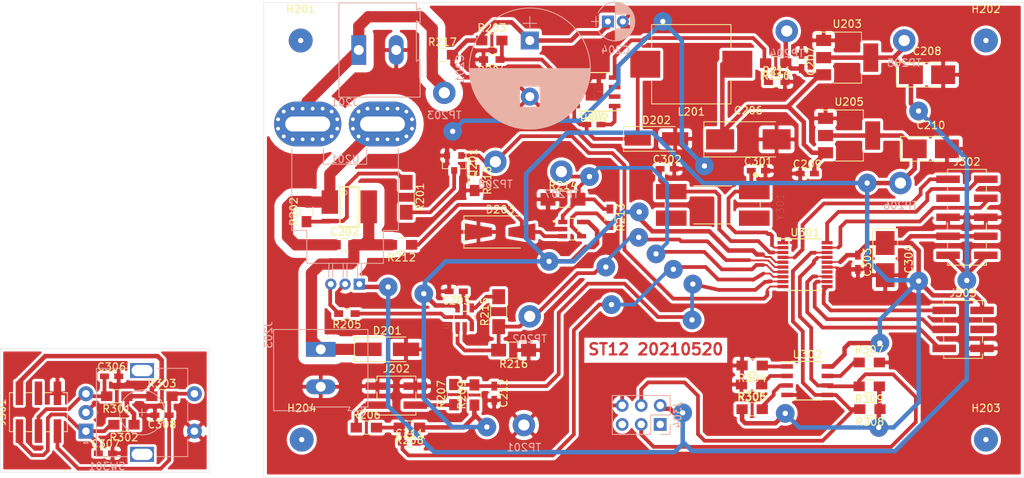
<source format=kicad_pcb>
(kicad_pcb (version 20171130) (host pcbnew "(5.1.10)-1")
  (title_block (title "T12 Soldering Station") (date 2021-05-20) (rev 20210520) (comment 1 "Dimitry Kloper") (comment 2 dimitry.kloper@gmail.com))
  (layers (0 F.Cu signal) (31 B.Cu signal) (34 B.Paste user) (35 F.Paste user) (36 B.SilkS user hide) (37 F.SilkS user hide) (38 B.Mask user) (39 F.Mask user hide) (44 Edge.Cuts user))
  (net 0 "")
  (net 1 GND)
  (net 2 +24V)
  (net 3 /power/V24HEATER)
  (net 4 "Net-(C202-Pad1)")
  (net 5 "Net-(C203-Pad1)")
  (net 6 "Net-(C205-Pad1)")
  (net 7 "Net-(C205-Pad2)")
  (net 8 +6V)
  (net 9 +5V)
  (net 10 +3V3)
  (net 11 "Net-(C301-Pad1)")
  (net 12 "Net-(C302-Pad1)")
  (net 13 /control/ROTB)
  (net 14 /control/ROTA)
  (net 15 /control/ROTP)
  (net 16 "Net-(D203-Pad2)")
  (net 17 /power/COLD)
  (net 18 /power/SHAKE)
  (net 19 /control/ROT_GND)
  (net 20 /control/ROT_VCC)
  (net 21 /control/SWDIO)
  (net 22 /control/SWCLK)
  (net 23 /control/~RST~)
  (net 24 /control/ROTP_IN)
  (net 25 /control/ROTB_IN)
  (net 26 /control/ROTA_IN)
  (net 27 /control/SCL)
  (net 28 /control/SDA)
  (net 29 "Net-(Q202-Pad4)")
  (net 30 "Net-(Q201-Pad3)")
  (net 31 /power/V24AVAIL)
  (net 32 "Net-(R205-Pad2)")
  (net 33 SHAKE_SENSE)
  (net 34 COLD_SENSE)
  (net 35 /power/VSENS)
  (net 36 "Net-(R213-Pad2)")
  (net 37 T_SENSE)
  (net 38 "Net-(R215-Pad2)")
  (net 39 I_SENSE)
  (net 40 "Net-(R304-Pad1)")
  (net 41 "Net-(R305-Pad1)")
  (net 42 "Net-(R306-Pad2)")
  (net 43 "Net-(R307-Pad1)")
  (net 44 HEATER_CTL)
  (net 45 /power/V24SRC)
  (module Inductors_SMD:L_10.4x10.4_H4.8 (layer F.Cu) (at 207.14238 58.24992 180)
    (fp_text reference L201 (at 0 -6.35) (layer F.SilkS))
    (fp_text value 15uH)
    (pad 2 smd rect (at 6.15 0 180) (size 4 3.6) (layers F.Cu F.Paste F.Mask) (net 6 "Net-(C205-Pad1)"))
    (pad 1 smd rect (at -6.15 0 180) (size 4 3.6) (layers F.Cu F.Paste F.Mask) (net 8 +6V))
  )
  (module Resistors_SMD:R_0805_HandSoldering (layer F.Cu) (at 218.42252 58.10768 180)
    (fp_text reference R210 (at 0 -1.7) (layer F.SilkS))
    (fp_text value 100K)
    (pad 1 smd rect (at -1.35 0 180) (size 1.5 1.3) (layers F.Cu F.Paste F.Mask) (net 8 +6V))
    (pad 2 smd rect (at 1.35 0 180) (size 1.5 1.3) (layers F.Cu F.Paste F.Mask) (net 35 /power/VSENS))
  )
  (module TO_SOT_Packages_SMD:SOT-223-3_TabPin2 (layer F.Cu) (at 228.232 67.78)
    (fp_text reference U205 (at 0 -4.5) (layer F.SilkS))
    (fp_text value AMS1117-3.3)
    (pad 1 smd rect (at -3.15 -2.3) (size 2 1.5) (layers F.Cu F.Paste F.Mask) (net 1 GND))
    (pad 3 smd rect (at -3.15 2.3) (size 2 1.5) (layers F.Cu F.Paste F.Mask) (net 8 +6V))
    (pad 2 smd rect (at -3.15 0) (size 2 1.5) (layers F.Cu F.Paste F.Mask) (net 10 +3V3))
    (pad 2 smd rect (at 3.15 0) (size 2 3.8) (layers F.Cu F.Paste F.Mask) (net 10 +3V3))
  )
  (module Resistors_SMD:R_1206_HandSoldering (layer F.Cu) (at 183.39592 96.46168 180)
    (fp_text reference R216 (at 0 -1.85) (layer F.SilkS))
    (fp_text value 1K)
    (pad 1 smd rect (at -2 0 180) (size 2 1.7) (layers F.Cu F.Paste F.Mask) (net 1 GND))
    (pad 2 smd rect (at 2 0 180) (size 2 1.7) (layers F.Cu F.Paste F.Mask) (net 39 I_SENSE))
  )
  (module Capacitors_SMD:C_0805_HandSoldering (layer F.Cu) (at 160.795 82.385)
    (fp_text reference C202 (at 0 -1.75) (layer F.SilkS))
    (fp_text value 1uF)
    (pad 2 smd rect (at 1.25 0) (size 1.5 1.25) (layers F.Cu F.Paste F.Mask) (net 3 /power/V24HEATER))
    (pad 1 smd rect (at -1.25 0) (size 1.5 1.25) (layers F.Cu F.Paste F.Mask) (net 4 "Net-(C202-Pad1)"))
  )
  (module Capacitors_THT:CP_Radial_D16.0mm_P7.50mm (layer B.Cu) (at 185.56 55.08 270)
    (fp_text reference C201 (at 3.75 9.31 270) (layer B.SilkS) (effects (justify mirror)))
    (fp_text value "220uF 35V")
    (pad 2 thru_hole circle (at 7.5 0 270) (size 2.4 2.4) (drill 1.2) (layers *.Cu *.Mask) (net 1 GND))
    (pad 1 thru_hole rect (at 0 0 270) (size 2.4 2.4) (drill 1.2) (layers *.Cu *.Mask) (net 45 /power/V24SRC))
  )
  (module Capacitors_SMD:C_0603_HandSoldering (layer F.Cu) (at 175.72512 88.60038 180)
    (fp_text reference C203 (at 0 -1.25) (layer F.SilkS))
    (fp_text value 100nF)
    (pad 2 smd rect (at 0.95 0 180) (size 1.2 0.75) (layers F.Cu F.Paste F.Mask) (net 1 GND))
    (pad 1 smd rect (at -0.95 0 180) (size 1.2 0.75) (layers F.Cu F.Paste F.Mask) (net 5 "Net-(C203-Pad1)"))
  )
  (module Capacitors_THT:CP_Radial_D5.0mm_P2.00mm (layer B.Cu) (at 195.99432 52.54)
    (fp_text reference C204 (at 1 3.81 180) (layer B.SilkS) (effects (justify mirror)))
    (fp_text value "10uF 35V")
    (pad 2 thru_hole circle (at 2 0) (size 1.6 1.6) (drill 0.8) (layers *.Cu *.Mask) (net 1 GND))
    (pad 1 thru_hole rect (at 0 0) (size 1.6 1.6) (drill 0.8) (layers *.Cu *.Mask) (net 45 /power/V24SRC))
  )
  (module Capacitors_SMD:C_0603_HandSoldering (layer F.Cu) (at 194.11218 66.30172)
    (fp_text reference C205 (at 0 -1.25) (layer F.SilkS))
    (fp_text value 10nF)
    (pad 1 smd rect (at -0.95 0) (size 1.2 0.75) (layers F.Cu F.Paste F.Mask) (net 6 "Net-(C205-Pad1)"))
    (pad 2 smd rect (at 0.95 0) (size 1.2 0.75) (layers F.Cu F.Paste F.Mask) (net 7 "Net-(C205-Pad2)"))
  )
  (module Capacitors_Tantalum_SMD:CP_Tantalum_Case-X_EIA-7343-43_Hand (layer F.Cu) (at 214.77 68.288)
    (fp_text reference C206 (at 0 -3.85) (layer F.SilkS))
    (fp_text value "220uF 6V")
    (pad 2 smd rect (at 3.775 0) (size 3.75 2.7) (layers F.Cu F.Paste F.Mask) (net 1 GND))
    (pad 1 smd rect (at -3.775 0) (size 3.75 2.7) (layers F.Cu F.Paste F.Mask) (net 8 +6V))
  )
  (module Capacitors_SMD:C_0603_HandSoldering (layer F.Cu) (at 221.882 57.874 270)
    (fp_text reference C207 (at 0 -1.25 90) (layer F.SilkS))
    (fp_text value 100nF)
    (pad 1 smd rect (at -0.95 0 270) (size 1.2 0.75) (layers F.Cu F.Paste F.Mask) (net 1 GND))
    (pad 2 smd rect (at 0.95 0 270) (size 1.2 0.75) (layers F.Cu F.Paste F.Mask) (net 8 +6V))
  )
  (module Capacitors_Tantalum_SMD:CP_Tantalum_Case-B_EIA-3528-21_Hand (layer F.Cu) (at 238.646 59.652)
    (fp_text reference C208 (at 0 -3.15) (layer F.SilkS))
    (fp_text value 10uF)
    (pad 2 smd rect (at 2.15 0) (size 3.2 2.5) (layers F.Cu F.Paste F.Mask) (net 1 GND))
    (pad 1 smd rect (at -2.15 0) (size 3.2 2.5) (layers F.Cu F.Paste F.Mask) (net 9 +5V))
  )
  (module Capacitors_SMD:C_0603_HandSoldering (layer F.Cu) (at 222.644 72.86)
    (fp_text reference C209 (at 0 -1.25) (layer F.SilkS))
    (fp_text value 100nF)
    (pad 2 smd rect (at 0.95 0) (size 1.2 0.75) (layers F.Cu F.Paste F.Mask) (net 8 +6V))
    (pad 1 smd rect (at -0.95 0) (size 1.2 0.75) (layers F.Cu F.Paste F.Mask) (net 1 GND))
  )
  (module Capacitors_Tantalum_SMD:CP_Tantalum_Case-B_EIA-3528-21_Hand (layer F.Cu) (at 239.154 69.558)
    (fp_text reference C210 (at 0 -3.15) (layer F.SilkS))
    (fp_text value 10uF)
    (pad 1 smd rect (at -2.15 0) (size 3.2 2.5) (layers F.Cu F.Paste F.Mask) (net 10 +3V3))
    (pad 2 smd rect (at 2.15 0) (size 3.2 2.5) (layers F.Cu F.Paste F.Mask) (net 1 GND))
  )
  (module Capacitors_SMD:C_0603_HandSoldering (layer F.Cu) (at 216.10604 72.47646)
    (fp_text reference C301 (at 0 -1.25) (layer F.SilkS))
    (fp_text value 22pF)
    (pad 2 smd rect (at 0.95 0) (size 1.2 0.75) (layers F.Cu F.Paste F.Mask) (net 1 GND))
    (pad 1 smd rect (at -0.95 0) (size 1.2 0.75) (layers F.Cu F.Paste F.Mask) (net 11 "Net-(C301-Pad1)"))
  )
  (module Capacitors_SMD:C_0603_HandSoldering (layer F.Cu) (at 203.91404 72.22246)
    (fp_text reference C302 (at 0 -1.25) (layer F.SilkS))
    (fp_text value 22pF)
    (pad 1 smd rect (at -0.95 0) (size 1.2 0.75) (layers F.Cu F.Paste F.Mask) (net 12 "Net-(C302-Pad1)"))
    (pad 2 smd rect (at 0.95 0) (size 1.2 0.75) (layers F.Cu F.Paste F.Mask) (net 1 GND))
  )
  (module Capacitors_SMD:C_0603_HandSoldering (layer F.Cu) (at 229.41056 84.71672 270)
    (fp_text reference C303 (at 0 -1.25 90) (layer F.SilkS))
    (fp_text value 100nF)
    (pad 2 smd rect (at 0.95 0 270) (size 1.2 0.75) (layers F.Cu F.Paste F.Mask) (net 1 GND))
    (pad 1 smd rect (at -0.95 0 270) (size 1.2 0.75) (layers F.Cu F.Paste F.Mask) (net 10 +3V3))
  )
  (module Capacitors_Tantalum_SMD:CP_Tantalum_Case-B_EIA-3528-21_Hand (layer F.Cu) (at 233.058 84.29 270)
    (fp_text reference C304 (at 0 -3.15 90) (layer F.SilkS))
    (fp_text value 4.7uF)
    (pad 2 smd rect (at 2.15 0 270) (size 3.2 2.5) (layers F.Cu F.Paste F.Mask) (net 1 GND))
    (pad 1 smd rect (at -2.15 0 270) (size 3.2 2.5) (layers F.Cu F.Paste F.Mask) (net 10 +3V3))
  )
  (module Capacitors_SMD:C_0603_HandSoldering (layer F.Cu) (at 129.66446 99.95408)
    (fp_text reference C306 (at 0 -1.25) (layer F.SilkS))
    (fp_text value 100nF)
    (pad 1 smd rect (at -0.95 0) (size 1.2 0.75) (layers F.Cu F.Paste F.Mask) (net 13 /control/ROTB))
    (pad 2 smd rect (at 0.95 0) (size 1.2 0.75) (layers F.Cu F.Paste F.Mask) (net 19 /control/ROT_GND))
  )
  (module Capacitors_SMD:C_0603_HandSoldering (layer F.Cu) (at 128.84404 110.236)
    (fp_text reference C307 (at 0 -1.25) (layer F.SilkS))
    (fp_text value 100nF)
    (pad 2 smd rect (at 0.95 0) (size 1.2 0.75) (layers F.Cu F.Paste F.Mask) (net 19 /control/ROT_GND))
    (pad 1 smd rect (at -0.95 0) (size 1.2 0.75) (layers F.Cu F.Paste F.Mask) (net 14 /control/ROTA))
  )
  (module Capacitors_SMD:C_0603_HandSoldering (layer F.Cu) (at 136.40562 105.156 180)
    (fp_text reference C308 (at 0 -1.25) (layer F.SilkS))
    (fp_text value 100nF)
    (pad 1 smd rect (at -0.95 0 180) (size 1.2 0.75) (layers F.Cu F.Paste F.Mask) (net 15 /control/ROTP))
    (pad 2 smd rect (at 0.95 0 180) (size 1.2 0.75) (layers F.Cu F.Paste F.Mask) (net 19 /control/ROT_GND))
  )
  (module Diodes_SMD:D_SMA_Handsoldering (layer F.Cu) (at 202.48402 68.22958)
    (fp_text reference D202 (at 0 -2.5) (layer F.SilkS))
    (fp_text value "30V 0.5A")
    (pad 1 smd rect (at -2.5 0) (size 3.5 1.8) (layers F.Cu F.Paste F.Mask) (net 6 "Net-(C205-Pad1)"))
    (pad 2 smd rect (at 2.5 0) (size 3.5 1.8) (layers F.Cu F.Paste F.Mask) (net 1 GND))
  )
  (module Diodes_SMD:D_SMA-SMB_Universal_Handsoldering (layer F.Cu) (at 181.59506 80.66542)
    (fp_text reference D203 (at 0 -3) (layer F.SilkS))
    (fp_text value RS1M)
    (pad 2 smd trapezoid (at 2.9 0 180) (size 3.6 1.7) (rect_delta 0.6 0) (layers F.Cu F.Paste F.Mask) (net 16 "Net-(D203-Pad2)"))
    (pad 1 smd trapezoid (at -2.9 0) (size 3.6 1.7) (rect_delta 0.6 0) (layers F.Cu F.Paste F.Mask) (net 1 GND))
  )
  (module Pin_Headers:Pin_Header_Straight_2x05_Pitch2.54mm_SMD (layer F.Cu) (at 243.98 78.702)
    (fp_text reference J302 (at 0 -7.41) (layer F.SilkS))
    (fp_text value DEBUG)
    (pad 10 smd rect (at 2.525 5.08) (size 3.15 1) (layers F.Cu F.Paste F.Mask) (net 9 +5V))
    (pad 9 smd rect (at -2.525 5.08) (size 3.15 1) (layers F.Cu F.Paste F.Mask) (net 9 +5V))
    (pad 8 smd rect (at 2.525 2.54) (size 3.15 1) (layers F.Cu F.Paste F.Mask) (net 10 +3V3))
    (pad 7 smd rect (at -2.525 2.54) (size 3.15 1) (layers F.Cu F.Paste F.Mask) (net 10 +3V3))
    (pad 6 smd rect (at 2.525 0) (size 3.15 1) (layers F.Cu F.Paste F.Mask) (net 1 GND))
    (pad 5 smd rect (at -2.525 0) (size 3.15 1) (layers F.Cu F.Paste F.Mask) (net 1 GND))
    (pad 4 smd rect (at 2.525 -2.54) (size 3.15 1) (layers F.Cu F.Paste F.Mask) (net 21 /control/SWDIO))
    (pad 3 smd rect (at -2.525 -2.54) (size 3.15 1) (layers F.Cu F.Paste F.Mask))
    (pad 2 smd rect (at 2.525 -5.08) (size 3.15 1) (layers F.Cu F.Paste F.Mask) (net 22 /control/SWCLK))
    (pad 1 smd rect (at -2.525 -5.08) (size 3.15 1) (layers F.Cu F.Paste F.Mask) (net 23 /control/~RST~))
  )
  (module Pin_Headers:Pin_Header_Straight_2x03_Pitch2.54mm_SMD (layer F.Cu) (at 243.472 93.688)
    (fp_text reference J303 (at 0 -4.87) (layer F.SilkS))
    (fp_text value ROT_IN)
    (pad 6 smd rect (at 2.525 2.54) (size 3.15 1) (layers F.Cu F.Paste F.Mask) (net 1 GND))
    (pad 5 smd rect (at -2.525 2.54) (size 3.15 1) (layers F.Cu F.Paste F.Mask) (net 24 /control/ROTP_IN))
    (pad 4 smd rect (at 2.525 0) (size 3.15 1) (layers F.Cu F.Paste F.Mask))
    (pad 3 smd rect (at -2.525 0) (size 3.15 1) (layers F.Cu F.Paste F.Mask) (net 25 /control/ROTB_IN))
    (pad 2 smd rect (at 2.525 -2.54) (size 3.15 1) (layers F.Cu F.Paste F.Mask) (net 10 +3V3))
    (pad 1 smd rect (at -2.525 -2.54) (size 3.15 1) (layers F.Cu F.Paste F.Mask) (net 26 /control/ROTA_IN))
  )
  (module FDS4435BZ:SO08-E3 (layer F.Cu) (at 161.43 77.305 270)
    (fp_text reference Q202 (at -3.684205 -0.635205 270) (layer F.SilkS) (effects (font (size 0.80026 0.80026) (thickness 0.015))))
    (fp_text value FDS4435BZ)
    (pad 4 smd rect (at 1.905 2.6 270) (size 0.6 2.2) (layers F.Cu F.Paste F.Mask) (net 29 "Net-(Q202-Pad4)"))
    (pad 13 smd rect (at -0.635 2.6 270) (size 3.15 2.2) (layers F.Cu F.Paste) (net 4 "Net-(C202-Pad1)") (clearance 0.3))
    (pad 58 smd rect (at 0 -2.6 270) (size 4.4 2.2) (layers F.Cu F.Paste) (net 3 /power/V24HEATER))
  )
  (module Resistors_SMD:R_1206_HandSoldering (layer F.Cu) (at 169.05 76.035 270)
    (fp_text reference R201 (at 0 -1.85 90) (layer F.SilkS))
    (fp_text value 1K)
    (pad 1 smd rect (at -2 0 270) (size 2 1.7) (layers F.Cu F.Paste F.Mask) (net 29 "Net-(Q202-Pad4)"))
    (pad 2 smd rect (at 2 0 270) (size 2 1.7) (layers F.Cu F.Paste F.Mask) (net 30 "Net-(Q201-Pad3)"))
  )
  (module Resistors_SMD:R_0805_HandSoldering (layer F.Cu) (at 155.715 77.94 90)
    (fp_text reference R202 (at 0 -1.7 90) (layer F.SilkS))
    (fp_text value 2K)
    (pad 1 smd rect (at -1.35 0 90) (size 1.5 1.3) (layers F.Cu F.Paste F.Mask) (net 29 "Net-(Q202-Pad4)"))
    (pad 2 smd rect (at 1.35 0 90) (size 1.5 1.3) (layers F.Cu F.Paste F.Mask) (net 4 "Net-(C202-Pad1)"))
  )
  (module Resistors_SMD:R_0805_HandSoldering (layer F.Cu) (at 180.48 55.08)
    (fp_text reference R203 (at 0 -1.7) (layer F.SilkS))
    (fp_text value 100K)
    (pad 2 smd rect (at 1.35 0) (size 1.5 1.3) (layers F.Cu F.Paste F.Mask) (net 31 /power/V24AVAIL))
    (pad 1 smd rect (at -1.35 0) (size 1.5 1.3) (layers F.Cu F.Paste F.Mask) (net 45 /power/V24SRC))
  )
  (module Resistors_SMD:R_0603_HandSoldering (layer F.Cu) (at 180.48 57.62 180)
    (fp_text reference R204 (at 0 -1.45) (layer F.SilkS))
    (fp_text value 10K)
    (pad 1 smd rect (at -1.1 0 180) (size 1.2 0.9) (layers F.Cu F.Paste F.Mask) (net 31 /power/V24AVAIL))
    (pad 2 smd rect (at 1.1 0 180) (size 1.2 0.9) (layers F.Cu F.Paste F.Mask) (net 1 GND))
  )
  (module Resistors_SMD:R_0603_HandSoldering (layer F.Cu) (at 161.10996 91.57726 180)
    (fp_text reference R205 (at 0 -1.45) (layer F.SilkS))
    (fp_text value 47)
    (pad 1 smd rect (at -1.1 0 180) (size 1.2 0.9) (layers F.Cu F.Paste F.Mask) (net 5 "Net-(C203-Pad1)"))
    (pad 2 smd rect (at 1.1 0 180) (size 1.2 0.9) (layers F.Cu F.Paste F.Mask) (net 32 "Net-(R205-Pad2)"))
  )
  (module Resistors_SMD:R_0805_HandSoldering (layer F.Cu) (at 163.71854 106.81472)
    (fp_text reference R206 (at 0 -1.7) (layer F.SilkS))
    (fp_text value 7.5K)
    (pad 1 smd rect (at -1.35 0) (size 1.5 1.3) (layers F.Cu F.Paste F.Mask) (net 18 /power/SHAKE))
    (pad 2 smd rect (at 1.35 0) (size 1.5 1.3) (layers F.Cu F.Paste F.Mask) (net 33 SHAKE_SENSE))
  )
  (module Resistors_SMD:R_0805_HandSoldering (layer F.Cu) (at 175.42794 102.40528 90)
    (fp_text reference R207 (at 0 -1.7 90) (layer F.SilkS))
    (fp_text value 7.5K)
    (pad 1 smd rect (at -1.35 0 90) (size 1.5 1.3) (layers F.Cu F.Paste F.Mask) (net 17 /power/COLD))
    (pad 2 smd rect (at 1.35 0 90) (size 1.5 1.3) (layers F.Cu F.Paste F.Mask) (net 34 COLD_SENSE))
  )
  (module Resistors_SMD:R_0805_HandSoldering (layer F.Cu) (at 169.46656 106.78932 180)
    (fp_text reference R208 (at 0 -1.7) (layer F.SilkS))
    (fp_text value 7.5K)
    (pad 2 smd rect (at 1.35 0 180) (size 1.5 1.3) (layers F.Cu F.Paste F.Mask) (net 33 SHAKE_SENSE))
    (pad 1 smd rect (at -1.35 0 180) (size 1.5 1.3) (layers F.Cu F.Paste F.Mask) (net 10 +3V3))
  )
  (module Resistors_SMD:R_0805_HandSoldering (layer F.Cu) (at 178.1559 102.45862 90)
    (fp_text reference R209 (at 0 -1.7 90) (layer F.SilkS))
    (fp_text value 7.5K)
    (pad 2 smd rect (at 1.35 0 90) (size 1.5 1.3) (layers F.Cu F.Paste F.Mask) (net 34 COLD_SENSE))
    (pad 1 smd rect (at -1.35 0 90) (size 1.5 1.3) (layers F.Cu F.Paste F.Mask) (net 10 +3V3))
  )
  (module Resistors_SMD:R_0603_HandSoldering (layer F.Cu) (at 218.55968 60.58418)
    (fp_text reference R211 (at 0 -1.45) (layer F.SilkS))
    (fp_text value 24K)
    (pad 2 smd rect (at 1.1 0) (size 1.2 0.9) (layers F.Cu F.Paste F.Mask) (net 1 GND))
    (pad 1 smd rect (at -1.1 0) (size 1.2 0.9) (layers F.Cu F.Paste F.Mask) (net 35 /power/VSENS))
  )
  (module Resistors_SMD:R_0805_HandSoldering (layer F.Cu) (at 168.415 82.385 180)
    (fp_text reference R212 (at 0 -1.7) (layer F.SilkS))
    (fp_text value 7.5K)
    (pad 2 smd rect (at 1.35 0 180) (size 1.5 1.3) (layers F.Cu F.Paste F.Mask) (net 3 /power/V24HEATER))
    (pad 1 smd rect (at -1.35 0 180) (size 1.5 1.3) (layers F.Cu F.Paste F.Mask) (net 16 "Net-(D203-Pad2)"))
  )
  (module Resistors_SMD:R_0603_HandSoldering (layer F.Cu) (at 196.26356 78.702 270)
    (fp_text reference R213 (at 0 -1.45 90) (layer F.SilkS))
    (fp_text value 249K)
    (pad 2 smd rect (at 1.1 0 270) (size 1.2 0.9) (layers F.Cu F.Paste F.Mask) (net 36 "Net-(R213-Pad2)"))
    (pad 1 smd rect (at -1.1 0 270) (size 1.2 0.9) (layers F.Cu F.Paste F.Mask) (net 37 T_SENSE))
  )
  (module Resistors_SMD:R_1206_HandSoldering (layer F.Cu) (at 189.9923 76.3017)
    (fp_text reference R214 (at 0 -1.85) (layer F.SilkS))
    (fp_text value 1K)
    (pad 2 smd rect (at 2 0) (size 2 1.7) (layers F.Cu F.Paste F.Mask) (net 37 T_SENSE))
    (pad 1 smd rect (at -2 0) (size 2 1.7) (layers F.Cu F.Paste F.Mask) (net 1 GND))
  )
  (module Resistors_SMD:R_1206_HandSoldering (layer F.Cu) (at 181.39694 91.31818 90)
    (fp_text reference R215 (at 0 -1.85 90) (layer F.SilkS))
    (fp_text value 1K)
    (pad 2 smd rect (at 2 0 90) (size 2 1.7) (layers F.Cu F.Paste F.Mask) (net 38 "Net-(R215-Pad2)"))
    (pad 1 smd rect (at -2 0 90) (size 2 1.7) (layers F.Cu F.Paste F.Mask) (net 39 I_SENSE))
  )
  (module Resistors_SMD:R_0805_HandSoldering (layer F.Cu) (at 130.36296 102.616 180)
    (fp_text reference R301 (at 0 -1.7) (layer F.SilkS))
    (fp_text value 7.5K)
    (pad 2 smd rect (at 1.35 0 180) (size 1.5 1.3) (layers F.Cu F.Paste F.Mask) (net 13 /control/ROTB))
    (pad 1 smd rect (at -1.35 0 180) (size 1.5 1.3) (layers F.Cu F.Paste F.Mask) (net 20 /control/ROT_VCC))
  )
  (module Resistors_SMD:R_0805_HandSoldering (layer F.Cu) (at 131.318 106.426 180)
    (fp_text reference R302 (at 0 -1.7) (layer F.SilkS))
    (fp_text value 7.5K)
    (pad 2 smd rect (at 1.35 0 180) (size 1.5 1.3) (layers F.Cu F.Paste F.Mask) (net 14 /control/ROTA))
    (pad 1 smd rect (at -1.35 0 180) (size 1.5 1.3) (layers F.Cu F.Paste F.Mask) (net 20 /control/ROT_VCC))
  )
  (module Resistors_SMD:R_0805_HandSoldering (layer F.Cu) (at 136.398 102.616)
    (fp_text reference R303 (at 0 -1.7) (layer F.SilkS))
    (fp_text value 7.5K)
    (pad 1 smd rect (at -1.35 0) (size 1.5 1.3) (layers F.Cu F.Paste F.Mask) (net 20 /control/ROT_VCC))
    (pad 2 smd rect (at 1.35 0) (size 1.5 1.3) (layers F.Cu F.Paste F.Mask) (net 15 /control/ROTP))
  )
  (module Resistors_SMD:R_0805_HandSoldering (layer F.Cu) (at 215.278 98.514 180)
    (fp_text reference R304 (at 0 -1.7) (layer F.SilkS))
    (fp_text value 7.5K)
    (pad 2 smd rect (at 1.35 0 180) (size 1.5 1.3) (layers F.Cu F.Paste F.Mask) (net 1 GND))
    (pad 1 smd rect (at -1.35 0 180) (size 1.5 1.3) (layers F.Cu F.Paste F.Mask) (net 40 "Net-(R304-Pad1)"))
  )
  (module Resistors_SMD:R_0805_HandSoldering (layer F.Cu) (at 215.198 101.054 180)
    (fp_text reference R305 (at 0 -1.7) (layer F.SilkS))
    (fp_text value 7.5K)
    (pad 2 smd rect (at 1.35 0 180) (size 1.5 1.3) (layers F.Cu F.Paste F.Mask) (net 1 GND))
    (pad 1 smd rect (at -1.35 0 180) (size 1.5 1.3) (layers F.Cu F.Paste F.Mask) (net 41 "Net-(R305-Pad1)"))
  )
  (module Resistors_SMD:R_0805_HandSoldering (layer F.Cu) (at 215.278 104.356)
    (fp_text reference R306 (at 0 -1.7) (layer F.SilkS))
    (fp_text value 7.5K)
    (pad 1 smd rect (at -1.35 0) (size 1.5 1.3) (layers F.Cu F.Paste F.Mask) (net 10 +3V3))
    (pad 2 smd rect (at 1.35 0) (size 1.5 1.3) (layers F.Cu F.Paste F.Mask) (net 42 "Net-(R306-Pad2)"))
  )
  (module Resistors_SMD:R_0805_HandSoldering (layer F.Cu) (at 230.9244 98.10506)
    (fp_text reference R307 (at 0 -1.7) (layer F.SilkS))
    (fp_text value 7.5K)
    (pad 1 smd rect (at -1.35 0) (size 1.5 1.3) (layers F.Cu F.Paste F.Mask) (net 43 "Net-(R307-Pad1)"))
    (pad 2 smd rect (at 1.35 0) (size 1.5 1.3) (layers F.Cu F.Paste F.Mask) (net 1 GND))
  )
  (module Resistors_SMD:R_0805_HandSoldering (layer F.Cu) (at 231.00822 104.34584 180)
    (fp_text reference R308 (at 0 -1.7) (layer F.SilkS))
    (fp_text value 7.5K)
    (pad 2 smd rect (at 1.35 0 180) (size 1.5 1.3) (layers F.Cu F.Paste F.Mask) (net 28 /control/SDA))
    (pad 1 smd rect (at -1.35 0 180) (size 1.5 1.3) (layers F.Cu F.Paste F.Mask) (net 10 +3V3))
  )
  (module Resistors_SMD:R_0805_HandSoldering (layer F.Cu) (at 230.9244 101.2953 180)
    (fp_text reference R309 (at 0 -1.7) (layer F.SilkS))
    (fp_text value 7.5K)
    (pad 1 smd rect (at -1.35 0 180) (size 1.5 1.3) (layers F.Cu F.Paste F.Mask) (net 10 +3V3))
    (pad 2 smd rect (at 1.35 0 180) (size 1.5 1.3) (layers F.Cu F.Paste F.Mask) (net 27 /control/SCL))
  )
  (module Rotary_Encoder:RotaryEncoder_Alps_EC11E-Switch_Vertical_H20mm (layer B.Cu) (at 126.238 107.2896)
    (fp_text reference SW301 (at 2.8 4.7) (layer B.SilkS) (effects (justify mirror)))
    (fp_text value Encoder)
    (pad S1 thru_hole circle (at 14.5 -5) (size 2 2) (drill 1) (layers *.Cu *.Mask) (net 15 /control/ROTP))
    (pad S2 thru_hole circle (at 14.5 0) (size 2 2) (drill 1) (layers *.Cu *.Mask) (net 19 /control/ROT_GND))
    (pad MP thru_hole rect (at 7.5 -8.1) (size 3.2 2) (drill oval 2.8 1.5) (layers *.Cu *.Mask))
    (pad MP thru_hole rect (at 7.5 3.1) (size 3.2 2) (drill oval 2.8 1.5) (layers *.Cu *.Mask))
    (pad B thru_hole circle (at 0 -5) (size 2 2) (drill 1) (layers *.Cu *.Mask) (net 13 /control/ROTB))
    (pad C thru_hole circle (at 0 -2.5) (size 2 2) (drill 1) (layers *.Cu *.Mask) (net 19 /control/ROT_GND))
    (pad A thru_hole rect (at 0 0) (size 2 2) (drill 1) (layers *.Cu *.Mask) (net 14 /control/ROTA))
  )
  (module OPA237NA:SOT95P280X145-5N (layer F.Cu) (at 191.21912 80.28188)
    (fp_text reference U204 (at -0.06 -2.508) (layer F.SilkS) (effects (font (size 0.8 0.8) (thickness 0.015))))
    (fp_text value OPA237NA_250)
    (pad 1 smd rect (at -1.255 -0.95) (size 1.21 0.59) (layers F.Cu F.Paste F.Mask) (net 37 T_SENSE))
    (pad 2 smd rect (at -1.255 0) (size 1.21 0.59) (layers F.Cu F.Paste F.Mask) (net 1 GND))
    (pad 3 smd rect (at -1.255 0.95) (size 1.21 0.59) (layers F.Cu F.Paste F.Mask) (net 16 "Net-(D203-Pad2)"))
    (pad 4 smd rect (at 1.255 0.95) (size 1.21 0.59) (layers F.Cu F.Paste F.Mask) (net 36 "Net-(R213-Pad2)"))
    (pad 5 smd rect (at 1.255 -0.95) (size 1.21 0.59) (layers F.Cu F.Paste F.Mask) (net 10 +3V3))
  )
  (module OPA237NA:SOT95P280X145-5N (layer F.Cu) (at 176.85796 92.07256 90)
    (fp_text reference U206 (at -0.06 -2.508 90) (layer F.SilkS) (effects (font (size 0.8 0.8) (thickness 0.015))))
    (fp_text value OPA237NA_250)
    (pad 5 smd rect (at 1.255 -0.95 90) (size 1.21 0.59) (layers F.Cu F.Paste F.Mask) (net 10 +3V3))
    (pad 4 smd rect (at 1.255 0.95 90) (size 1.21 0.59) (layers F.Cu F.Paste F.Mask) (net 38 "Net-(R215-Pad2)"))
    (pad 3 smd rect (at -1.255 0.95 90) (size 1.21 0.59) (layers F.Cu F.Paste F.Mask) (net 5 "Net-(C203-Pad1)"))
    (pad 2 smd rect (at -1.255 0 90) (size 1.21 0.59) (layers F.Cu F.Paste F.Mask) (net 1 GND))
    (pad 1 smd rect (at -1.255 -0.95 90) (size 1.21 0.59) (layers F.Cu F.Paste F.Mask) (net 39 I_SENSE))
  )
  (module Housings_SOIC:SOIC-8_3.9x4.9mm_Pitch1.27mm (layer F.Cu) (at 222.644 100.546)
    (fp_text reference U302 (at 0 -3.5) (layer F.SilkS))
    (fp_text value 24LC1025)
    (pad 8 smd rect (at 2.7 -1.905) (size 1.55 0.6) (layers F.Cu F.Paste F.Mask) (net 10 +3V3))
    (pad 7 smd rect (at 2.7 -0.635) (size 1.55 0.6) (layers F.Cu F.Paste F.Mask) (net 43 "Net-(R307-Pad1)"))
    (pad 6 smd rect (at 2.7 0.635) (size 1.55 0.6) (layers F.Cu F.Paste F.Mask) (net 27 /control/SCL))
    (pad 5 smd rect (at 2.7 1.905) (size 1.55 0.6) (layers F.Cu F.Paste F.Mask) (net 28 /control/SDA))
    (pad 4 smd rect (at -2.7 1.905) (size 1.55 0.6) (layers F.Cu F.Paste F.Mask) (net 1 GND))
    (pad 3 smd rect (at -2.7 0.635) (size 1.55 0.6) (layers F.Cu F.Paste F.Mask) (net 42 "Net-(R306-Pad2)"))
    (pad 2 smd rect (at -2.7 -0.635) (size 1.55 0.6) (layers F.Cu F.Paste F.Mask) (net 41 "Net-(R305-Pad1)"))
    (pad 1 smd rect (at -2.7 -1.905) (size 1.55 0.6) (layers F.Cu F.Paste F.Mask) (net 40 "Net-(R304-Pad1)"))
  )
  (module XTAL-MA-505:XTAL_MA-506_4.0000M-C3_ROHS (layer F.Cu) (at 210.01004 77.04846 270)
    (fp_text reference Y301 (at 0.254385 -9.030865 90) (layer F.SilkS) (effects (font (size 1.001535 1.001535) (thickness 0.015))))
    (fp_text value MA-506-8MHz)
    (pad 4 smd rect (at 1.775 -5.55 270) (size 2.05 4.1) (layers F.Cu F.Paste F.Mask))
    (pad 1 smd rect (at -1.775 -5.55 270) (size 2.05 4.1) (layers F.Cu F.Paste F.Mask) (net 11 "Net-(C301-Pad1)"))
    (pad 2 smd rect (at -1.775 5.55 270) (size 2.05 4.1) (layers F.Cu F.Paste F.Mask) (net 12 "Net-(C302-Pad1)"))
    (pad 3 smd rect (at 1.775 5.55 270) (size 2.05 4.1) (layers F.Cu F.Paste F.Mask))
  )
  (module TO_SOT_Packages_SMD:SOT-23 (layer F.Cu) (at 175.4508 71.4503 270)
    (fp_text reference Q201 (at 0 -2.5 90) (layer F.SilkS))
    (fp_text value 2N7002)
    (pad 3 smd rect (at 1 0 270) (size 0.9 0.8) (layers F.Cu F.Paste F.Mask) (net 30 "Net-(Q201-Pad3)"))
    (pad 2 smd rect (at -1 0.95 270) (size 0.9 0.8) (layers F.Cu F.Paste F.Mask) (net 1 GND))
    (pad 1 smd rect (at -1 -0.95 270) (size 0.9 0.8) (layers F.Cu F.Paste F.Mask) (net 44 HEATER_CTL))
  )
  (module TO_SOT_Packages_SMD:SOT-223-3_TabPin2 (layer F.Cu) (at 227.978 57.366)
    (fp_text reference U203 (at 0 -4.5) (layer F.SilkS))
    (fp_text value AMS1117-5.0)
    (pad 2 smd rect (at 3.15 0) (size 2 3.8) (layers F.Cu F.Paste F.Mask) (net 9 +5V))
    (pad 2 smd rect (at -3.15 0) (size 2 1.5) (layers F.Cu F.Paste F.Mask) (net 9 +5V))
    (pad 3 smd rect (at -3.15 2.3) (size 2 1.5) (layers F.Cu F.Paste F.Mask) (net 8 +6V))
    (pad 1 smd rect (at -3.15 -2.3) (size 2 1.5) (layers F.Cu F.Paste F.Mask) (net 1 GND))
  )
  (module Housings_SSOP:TSSOP-20_4.4x6.5mm_Pitch0.65mm (layer F.Cu) (at 222.34174 85.03422)
    (fp_text reference U301 (at 0 -4.3) (layer F.SilkS))
    (fp_text value STM32F030F4Px)
    (pad 20 smd rect (at 2.95 -2.925) (size 1.45 0.45) (layers F.Cu F.Paste F.Mask) (net 22 /control/SWCLK))
    (pad 19 smd rect (at 2.95 -2.275) (size 1.45 0.45) (layers F.Cu F.Paste F.Mask) (net 21 /control/SWDIO))
    (pad 18 smd rect (at 2.95 -1.625) (size 1.45 0.45) (layers F.Cu F.Paste F.Mask) (net 28 /control/SDA))
    (pad 17 smd rect (at 2.95 -0.975) (size 1.45 0.45) (layers F.Cu F.Paste F.Mask) (net 27 /control/SCL))
    (pad 16 smd rect (at 2.95 -0.325) (size 1.45 0.45) (layers F.Cu F.Paste F.Mask) (net 10 +3V3))
    (pad 15 smd rect (at 2.95 0.325) (size 1.45 0.45) (layers F.Cu F.Paste F.Mask) (net 1 GND))
    (pad 14 smd rect (at 2.95 0.975) (size 1.45 0.45) (layers F.Cu F.Paste F.Mask))
    (pad 13 smd rect (at 2.95 1.625) (size 1.45 0.45) (layers F.Cu F.Paste F.Mask) (net 24 /control/ROTP_IN))
    (pad 12 smd rect (at 2.95 2.275) (size 1.45 0.45) (layers F.Cu F.Paste F.Mask) (net 25 /control/ROTB_IN))
    (pad 11 smd rect (at 2.95 2.925) (size 1.45 0.45) (layers F.Cu F.Paste F.Mask) (net 26 /control/ROTA_IN))
    (pad 10 smd rect (at -2.95 2.925) (size 1.45 0.45) (layers F.Cu F.Paste F.Mask) (net 44 HEATER_CTL))
    (pad 9 smd rect (at -2.95 2.275) (size 1.45 0.45) (layers F.Cu F.Paste F.Mask) (net 34 COLD_SENSE))
    (pad 8 smd rect (at -2.95 1.625) (size 1.45 0.45) (layers F.Cu F.Paste F.Mask) (net 33 SHAKE_SENSE))
    (pad 7 smd rect (at -2.95 0.975) (size 1.45 0.45) (layers F.Cu F.Paste F.Mask) (net 37 T_SENSE))
    (pad 6 smd rect (at -2.95 0.325) (size 1.45 0.45) (layers F.Cu F.Paste F.Mask) (net 39 I_SENSE))
    (pad 5 smd rect (at -2.95 -0.325) (size 1.45 0.45) (layers F.Cu F.Paste F.Mask) (net 10 +3V3))
    (pad 4 smd rect (at -2.95 -0.975) (size 1.45 0.45) (layers F.Cu F.Paste F.Mask) (net 23 /control/~RST~))
    (pad 3 smd rect (at -2.95 -1.625) (size 1.45 0.45) (layers F.Cu F.Paste F.Mask) (net 12 "Net-(C302-Pad1)"))
    (pad 2 smd rect (at -2.95 -2.275) (size 1.45 0.45) (layers F.Cu F.Paste F.Mask) (net 11 "Net-(C301-Pad1)"))
    (pad 1 smd rect (at -2.95 -2.925) (size 1.45 0.45) (layers F.Cu F.Paste F.Mask) (net 1 GND))
  )
  (module Sensor_Current:Allegro_CB_PFF (layer B.Cu) (at 162.78128 87.63518 180)
    (fp_text reference U201 (at 1.91 16.7) (layer B.SilkS) (effects (justify mirror)))
    (fp_text value ACS756xCB-050B-PFF)
    (pad 4 thru_hole circle (at 10.86 20.77 180) (size 0.8 0.8) (drill 0.5) (layers *.Cu *.Mask) (net 2 +24V))
    (pad 4 thru_hole circle (at 4.91 23.45 180) (size 0.8 0.8) (drill 0.5) (layers *.Cu *.Mask) (net 2 +24V))
    (pad 4 thru_hole circle (at 6.24 23.45 180) (size 0.8 0.8) (drill 0.5) (layers *.Cu *.Mask) (net 2 +24V))
    (pad 4 thru_hole circle (at 7.58 23.45 180) (size 0.8 0.8) (drill 0.5) (layers *.Cu *.Mask) (net 2 +24V))
    (pad 4 thru_hole circle (at 8.91 23.45 180) (size 0.8 0.8) (drill 0.5) (layers *.Cu *.Mask) (net 2 +24V))
    (pad 4 thru_hole circle (at 4.91 19.35 180) (size 0.8 0.8) (drill 0.5) (layers *.Cu *.Mask) (net 2 +24V))
    (pad 4 thru_hole circle (at 6.24 19.35 180) (size 0.8 0.8) (drill 0.5) (layers *.Cu *.Mask) (net 2 +24V))
    (pad 4 thru_hole circle (at 7.58 19.35 180) (size 0.8 0.8) (drill 0.5) (layers *.Cu *.Mask) (net 2 +24V))
    (pad 4 thru_hole circle (at 8.91 19.35 180) (size 0.8 0.8) (drill 0.5) (layers *.Cu *.Mask) (net 2 +24V))
    (pad 4 thru_hole circle (at 10.86 22.03 180) (size 0.8 0.8) (drill 0.5) (layers *.Cu *.Mask) (net 2 +24V))
    (pad 4 thru_hole circle (at 10.11 23.06 180) (size 0.8 0.8) (drill 0.5) (layers *.Cu *.Mask) (net 2 +24V))
    (pad 4 thru_hole circle (at 10.11 19.74 180) (size 0.8 0.8) (drill 0.5) (layers *.Cu *.Mask) (net 2 +24V))
    (pad 4 thru_hole oval (at 2.96 22.03 115) (size 0.8 0.8) (drill 0.5) (layers *.Cu *.Mask) (net 2 +24V))
    (pad 4 thru_hole oval (at 2.96 20.77 245) (size 0.8 0.8) (drill 0.5) (layers *.Cu *.Mask) (net 2 +24V))
    (pad 4 thru_hole circle (at 3.71 23.06 180) (size 0.8 0.8) (drill 0.5) (layers *.Cu *.Mask) (net 2 +24V))
    (pad 4 thru_hole circle (at 3.71 19.74 180) (size 0.8 0.8) (drill 0.5) (layers *.Cu *.Mask) (net 2 +24V))
    (pad 5 thru_hole circle (at -1.09 23.45 180) (size 0.8 0.8) (drill 0.5) (layers *.Cu *.Mask) (net 4 "Net-(C202-Pad1)"))
    (pad 5 thru_hole circle (at -5.09 23.45 180) (size 0.8 0.8) (drill 0.5) (layers *.Cu *.Mask) (net 4 "Net-(C202-Pad1)"))
    (pad 5 thru_hole circle (at -3.76 23.45 180) (size 0.8 0.8) (drill 0.5) (layers *.Cu *.Mask) (net 4 "Net-(C202-Pad1)"))
    (pad 5 thru_hole circle (at -2.42 23.45 180) (size 0.8 0.8) (drill 0.5) (layers *.Cu *.Mask) (net 4 "Net-(C202-Pad1)"))
    (pad 5 thru_hole circle (at -5.09 19.35 180) (size 0.8 0.8) (drill 0.5) (layers *.Cu *.Mask) (net 4 "Net-(C202-Pad1)"))
    (pad 5 thru_hole circle (at -1.09 19.35 180) (size 0.8 0.8) (drill 0.5) (layers *.Cu *.Mask) (net 4 "Net-(C202-Pad1)"))
    (pad 5 thru_hole circle (at -3.76 19.35 180) (size 0.8 0.8) (drill 0.5) (layers *.Cu *.Mask) (net 4 "Net-(C202-Pad1)"))
    (pad 5 thru_hole circle (at -2.42 19.35 180) (size 0.8 0.8) (drill 0.5) (layers *.Cu *.Mask) (net 4 "Net-(C202-Pad1)"))
    (pad 5 thru_hole circle (at -6.29 23.06 180) (size 0.8 0.8) (drill 0.5) (layers *.Cu *.Mask) (net 4 "Net-(C202-Pad1)"))
    (pad 5 thru_hole circle (at -6.29 19.74 180) (size 0.8 0.8) (drill 0.5) (layers *.Cu *.Mask) (net 4 "Net-(C202-Pad1)"))
    (pad 5 thru_hole circle (at -7.04 20.77 180) (size 0.8 0.8) (drill 0.5) (layers *.Cu *.Mask) (net 4 "Net-(C202-Pad1)"))
    (pad 5 thru_hole circle (at -7.04 22.03 180) (size 0.8 0.8) (drill 0.5) (layers *.Cu *.Mask) (net 4 "Net-(C202-Pad1)"))
    (pad 5 thru_hole circle (at 0.11 23.06 180) (size 0.8 0.8) (drill 0.5) (layers *.Cu *.Mask) (net 4 "Net-(C202-Pad1)"))
    (pad 5 thru_hole circle (at 0.11 19.74 180) (size 0.8 0.8) (drill 0.5) (layers *.Cu *.Mask) (net 4 "Net-(C202-Pad1)"))
    (pad 5 thru_hole oval (at 0.86 20.77 115) (size 0.8 0.8) (drill 0.5) (layers *.Cu *.Mask) (net 4 "Net-(C202-Pad1)"))
    (pad 5 thru_hole oval (at 0.86 22.03 245) (size 0.8 0.8) (drill 0.5) (layers *.Cu *.Mask) (net 4 "Net-(C202-Pad1)"))
    (pad 2 thru_hole circle (at 1.91 0 180) (size 1.5 1.5) (drill 0.8) (layers *.Cu *.Mask) (net 1 GND))
    (pad 3 thru_hole circle (at 3.82 0 180) (size 1.5 1.5) (drill 0.8) (layers *.Cu *.Mask) (net 32 "Net-(R205-Pad2)"))
    (pad 1 thru_hole rect (at 0 0 180) (size 1.5 1.5) (drill 0.8) (layers *.Cu *.Mask) (net 9 +5V))
    (pad 4 thru_hole oval (at 6.91 21.4 180) (size 9 6) (drill oval 6 2) (layers *.Cu *.Mask) (net 2 +24V))
    (pad 5 thru_hole oval (at -3.09 21.4 180) (size 9 6) (drill oval 6 2) (layers *.Cu *.Mask) (net 4 "Net-(C202-Pad1)"))
  )
  (module Pin_Headers:Pin_Header_Straight_2x03_Pitch2.54mm_SMD (layer F.Cu) (at 119.888 104.75214 90)
    (fp_text reference J301 (at 0 -4.87 90) (layer F.SilkS))
    (fp_text value ROT_OUT)
    (pad 6 smd rect (at 2.525 2.54 90) (size 3.15 1) (layers F.Cu F.Paste F.Mask) (net 19 /control/ROT_GND))
    (pad 5 smd rect (at -2.525 2.54 90) (size 3.15 1) (layers F.Cu F.Paste F.Mask) (net 15 /control/ROTP))
    (pad 4 smd rect (at 2.525 0 90) (size 3.15 1) (layers F.Cu F.Paste F.Mask))
    (pad 3 smd rect (at -2.525 0 90) (size 3.15 1) (layers F.Cu F.Paste F.Mask) (net 13 /control/ROTB))
    (pad 2 smd rect (at 2.525 -2.54 90) (size 3.15 1) (layers F.Cu F.Paste F.Mask) (net 20 /control/ROT_VCC))
    (pad 1 smd rect (at -2.525 -2.54 90) (size 3.15 1) (layers F.Cu F.Paste F.Mask) (net 14 /control/ROTA))
  )
  (module Capacitors_SMD:C_0603_HandSoldering (layer F.Cu) (at 169.49196 108.84672)
    (fp_text reference C211 (at 0 -1.25) (layer F.SilkS))
    (fp_text value 10nF)
    (pad 2 smd rect (at 0.95 0) (size 1.2 0.75) (layers F.Cu F.Paste F.Mask) (net 1 GND))
    (pad 1 smd rect (at -0.95 0) (size 1.2 0.75) (layers F.Cu F.Paste F.Mask) (net 33 SHAKE_SENSE))
  )
  (module Capacitors_SMD:C_0603_HandSoldering (layer F.Cu) (at 180.80258 102.21732 270)
    (fp_text reference C212 (at 0 -1.25 90) (layer F.SilkS))
    (fp_text value 10nF)
    (pad 1 smd rect (at -0.95 0 270) (size 1.2 0.75) (layers F.Cu F.Paste F.Mask) (net 34 COLD_SENSE))
    (pad 2 smd rect (at 0.95 0 270) (size 1.2 0.75) (layers F.Cu F.Paste F.Mask) (net 1 GND))
  )
  (module Mounting_Holes:MountingHole_3.2mm_M3 (layer F.Cu) (at 154.94 55.08)
    (fp_text reference H201 (at 0 -4.2) (layer F.SilkS))
    (fp_text value MountingHole)
    (pad "" np_thru_hole circle (at 0 0) (size 3.2 3.2) (drill 0.7) (layers *.Cu *.Mask))
  )
  (module Mounting_Holes:MountingHole_3.2mm_M3 (layer F.Cu) (at 246.52 55.08)
    (fp_text reference H202 (at 0 -4.2) (layer F.SilkS))
    (fp_text value MountingHole)
    (pad "" np_thru_hole circle (at 0 0) (size 3.2 3.2) (drill 0.7) (layers *.Cu *.Mask))
  )
  (module Mounting_Holes:MountingHole_3.2mm_M3 (layer F.Cu) (at 246.52 108.42)
    (fp_text reference H203 (at 0 -4.2) (layer F.SilkS))
    (fp_text value MountingHole)
    (pad "" np_thru_hole circle (at 0 0) (size 3.2 3.2) (drill 0.7) (layers *.Cu *.Mask))
  )
  (module Mounting_Holes:MountingHole_3.2mm_M3 (layer F.Cu) (at 155.08 108.42)
    (fp_text reference H204 (at 0 -4.2) (layer F.SilkS))
    (fp_text value MountingHole)
    (pad "" np_thru_hole circle (at 0 0) (size 3.2 3.2) (drill 0.7) (layers *.Cu *.Mask))
  )
  (module Measurement_Points:Measurement_Point_Round-TH_Big (layer B.Cu) (at 184.76752 106.46928)
    (fp_text reference TP201 (at 0 3) (layer B.SilkS) (effects (justify mirror)))
    (fp_text value GND)
    (pad 1 thru_hole circle (at 0 0) (size 3 3) (drill 1.5) (layers *.Cu *.Mask) (net 1 GND))
  )
  (module Measurement_Points:Measurement_Point_Round-TH_Big (layer B.Cu) (at 185.54222 91.95064)
    (fp_text reference TP202 (at 0 3) (layer B.SilkS) (effects (justify mirror)))
    (fp_text value ISENSE)
    (pad 1 thru_hole circle (at 0 0) (size 3 3) (drill 1.5) (layers *.Cu *.Mask) (net 39 I_SENSE))
  )
  (module Measurement_Points:Measurement_Point_Round-TH_Big (layer B.Cu) (at 174.13 62.065)
    (fp_text reference TP203 (at 0 3) (layer B.SilkS) (effects (justify mirror)))
    (fp_text value 24V)
    (pad 1 thru_hole circle (at 0 0) (size 3 3) (drill 1.5) (layers *.Cu *.Mask) (net 2 +24V))
  )
  (module Measurement_Points:Measurement_Point_Round-TH_Big (layer B.Cu) (at 219.9008 53.81)
    (fp_text reference TP204 (at 0 3) (layer B.SilkS) (effects (justify mirror)))
    (fp_text value 6V)
    (pad 1 thru_hole circle (at 0 0) (size 3 3) (drill 1.5) (layers *.Cu *.Mask) (net 8 +6V))
  )
  (module Measurement_Points:Measurement_Point_Round-TH_Big (layer B.Cu) (at 235.598 55.08)
    (fp_text reference TP205 (at 0 3) (layer B.SilkS) (effects (justify mirror)))
    (fp_text value 5V)
    (pad 1 thru_hole circle (at 0 0) (size 3 3) (drill 1.5) (layers *.Cu *.Mask) (net 9 +5V))
  )
  (module Measurement_Points:Measurement_Point_Round-TH_Big (layer B.Cu) (at 235.09 74.13)
    (fp_text reference TP206 (at 0 3) (layer B.SilkS) (effects (justify mirror)))
    (fp_text value 3.3V)
    (pad 1 thru_hole circle (at 0 0) (size 3 3) (drill 1.5) (layers *.Cu *.Mask) (net 10 +3V3))
  )
  (module Measurement_Points:Measurement_Point_Round-TH_Big (layer B.Cu) (at 189.7764 72.606)
    (fp_text reference TP207 (at 0 3) (layer B.SilkS) (effects (justify mirror)))
    (fp_text value TSENSE)
    (pad 1 thru_hole circle (at 0 0) (size 3 3) (drill 1.5) (layers *.Cu *.Mask) (net 37 T_SENSE))
  )
  (module Pin_Headers:Pin_Header_Straight_2x02_Pitch2.54mm_SMD (layer F.Cu) (at 167.7292 102.53736)
    (fp_text reference J202 (at 0 -3.6) (layer F.SilkS))
    (fp_text value T12_Sense)
    (pad 4 smd rect (at 2.525 1.27) (size 3.15 1) (layers F.Cu F.Paste F.Mask) (net 17 /power/COLD))
    (pad 3 smd rect (at -2.525 1.27) (size 3.15 1) (layers F.Cu F.Paste F.Mask) (net 18 /power/SHAKE))
    (pad 2 smd rect (at 2.525 -1.27) (size 3.15 1) (layers F.Cu F.Paste F.Mask) (net 1 GND))
    (pad 1 smd rect (at -2.525 -1.27) (size 3.15 1) (layers F.Cu F.Paste F.Mask) (net 1 GND))
  )
  (module Connectors_Terminal_Blocks:TerminalBlock_Altech_AK300-2_P5.00mm (layer B.Cu) (at 157.62 96.355 270)
    (fp_text reference J203 (at -1.92 6.99 270) (layer B.SilkS) (effects (justify mirror)))
    (fp_text value T12_POWER)
    (pad 2 thru_hole oval (at 5 0 270) (size 1.98 3.96) (drill 1.32) (layers *.Cu *.Mask) (net 1 GND))
    (pad 1 thru_hole rect (at 0 0 270) (size 1.98 3.96) (drill 1.32) (layers *.Cu *.Mask) (net 3 /power/V24HEATER))
  )
  (module Resistors_SMD:R_0805_HandSoldering (layer F.Cu) (at 173.876 56.985)
    (fp_text reference R217 (at 0 -1.7) (layer F.SilkS))
    (fp_text value 0)
    (pad 2 smd rect (at 1.35 0) (size 1.5 1.3) (layers F.Cu F.Paste F.Mask) (net 45 /power/V24SRC))
    (pad 1 smd rect (at -1.35 0) (size 1.5 1.3) (layers F.Cu F.Paste F.Mask) (net 2 +24V))
  )
  (module Connectors_Terminal_Blocks:TerminalBlock_Altech_AK300-2_P5.00mm (layer B.Cu) (at 162.7 56.35)
    (fp_text reference J201 (at -1.92 6.99 180) (layer B.SilkS) (effects (justify mirror)))
    (fp_text value Conn_01x02_Male)
    (pad 2 thru_hole oval (at 5 0) (size 1.98 3.96) (drill 1.32) (layers *.Cu *.Mask) (net 1 GND))
    (pad 1 thru_hole rect (at 0 0) (size 1.98 3.96) (drill 1.32) (layers *.Cu *.Mask) (net 2 +24V))
  )
  (module Measurement_Points:Measurement_Point_Round-TH_Big (layer B.Cu) (at 180.95752 71.29028)
    (fp_text reference TP208 (at 0 3) (layer B.SilkS) (effects (justify mirror)))
    (fp_text value CTRL)
    (pad 1 thru_hole circle (at 0 0) (size 3 3) (drill 1.5) (layers *.Cu *.Mask) (net 44 HEATER_CTL))
  )
  (module Pin_Headers:Pin_Header_Straight_2x03_Pitch2.54mm (layer B.Cu) (at 202.98948 106.388 90)
    (fp_text reference J304 (at 1.27 2.33 270) (layer B.SilkS) (effects (justify mirror)))
    (fp_text value DISPLAY)
    (pad 6 thru_hole oval (at 2.54 -5.08 90) (size 1.7 1.7) (drill 1) (layers *.Cu *.Mask) (net 1 GND))
    (pad 5 thru_hole oval (at 0 -5.08 90) (size 1.7 1.7) (drill 1) (layers *.Cu *.Mask))
    (pad 4 thru_hole oval (at 2.54 -2.54 90) (size 1.7 1.7) (drill 1) (layers *.Cu *.Mask) (net 28 /control/SDA))
    (pad 3 thru_hole oval (at 0 -2.54 90) (size 1.7 1.7) (drill 1) (layers *.Cu *.Mask) (net 27 /control/SCL))
    (pad 2 thru_hole oval (at 2.54 0 90) (size 1.7 1.7) (drill 1) (layers *.Cu *.Mask) (net 9 +5V))
    (pad 1 thru_hole rect (at 0 0 90) (size 1.7 1.7) (drill 1) (layers *.Cu *.Mask))
  )
  (module Diodes_SMD:D_SMA_Handsoldering (layer F.Cu) (at 166.51 96.355)
    (fp_text reference D201 (at 0 -2.5) (layer F.SilkS))
    (fp_text value "30V 0.5A")
    (pad 2 smd rect (at 2.5 0) (size 3.5 1.8) (layers F.Cu F.Paste F.Mask) (net 1 GND))
    (pad 1 smd rect (at -2.5 0) (size 3.5 1.8) (layers F.Cu F.Paste F.Mask) (net 3 /power/V24HEATER))
  )
  (module Housings_SOIC:SOIC-8-1EP_3.9x4.9mm_Pitch1.27mm (layer F.Cu) (at 194.196 61.938 180)
    (fp_text reference U202 (at 0 -3.5) (layer F.SilkS))
    (fp_text value TPS5430DDAR)
    (pad 9 smd rect (at -0.5875 -0.5875 180) (size 1.175 1.175) (layers F.Cu F.Paste F.Mask) (net 1 GND))
    (pad 9 smd rect (at -0.5875 0.5875 180) (size 1.175 1.175) (layers F.Cu F.Paste F.Mask) (net 1 GND))
    (pad 9 smd rect (at 0.5875 -0.5875 180) (size 1.175 1.175) (layers F.Cu F.Paste F.Mask) (net 1 GND))
    (pad 9 smd rect (at 0.5875 0.5875 180) (size 1.175 1.175) (layers F.Cu F.Paste F.Mask) (net 1 GND))
    (pad 8 smd rect (at 2.7 -1.905 180) (size 1.55 0.6) (layers F.Cu F.Paste F.Mask) (net 6 "Net-(C205-Pad1)"))
    (pad 7 smd rect (at 2.7 -0.635 180) (size 1.55 0.6) (layers F.Cu F.Paste F.Mask) (net 45 /power/V24SRC))
    (pad 6 smd rect (at 2.7 0.635 180) (size 1.55 0.6) (layers F.Cu F.Paste F.Mask) (net 1 GND))
    (pad 5 smd rect (at 2.7 1.905 180) (size 1.55 0.6) (layers F.Cu F.Paste F.Mask) (net 31 /power/V24AVAIL))
    (pad 4 smd rect (at -2.7 1.905 180) (size 1.55 0.6) (layers F.Cu F.Paste F.Mask) (net 35 /power/VSENS))
    (pad 3 smd rect (at -2.7 0.635 180) (size 1.55 0.6) (layers F.Cu F.Paste F.Mask))
    (pad 2 smd rect (at -2.7 -0.635 180) (size 1.55 0.6) (layers F.Cu F.Paste F.Mask))
    (pad 1 smd rect (at -2.7 -1.905 180) (size 1.55 0.6) (layers F.Cu F.Paste F.Mask) (net 7 "Net-(C205-Pad2)"))
  )
  (module Resistors_SMD:R_0805_HandSoldering (layer F.Cu) (at 178.194 73.7744 270)
    (fp_text reference R218 (at 0 -1.7 90) (layer F.SilkS))
    (fp_text value 7.5K)
    (pad 2 smd rect (at 1.35 0 270) (size 1.5 1.3) (layers F.Cu F.Paste F.Mask) (net 1 GND))
    (pad 1 smd rect (at -1.35 0 270) (size 1.5 1.3) (layers F.Cu F.Paste F.Mask) (net 44 HEATER_CTL))
  )
  (gr_text "ST12 20210520" (at 202.39512 96.355) (layer F.Cu) (effects (font (size 1.5 1.5) (thickness 0.3))))
  (gr_line (start 150 113.5) (end 150 50) (layer Edge.Cuts) (width 0.05))
  (gr_line (start 251.6 113.5) (end 150 113.5) (layer Edge.Cuts) (width 0.05))
  (gr_line (start 251.6 50) (end 251.6 113.5) (layer Edge.Cuts) (width 0.05))
  (gr_line (start 249.06 50) (end 251.6 50) (layer Edge.Cuts) (width 0.05))
  (gr_line (start 150 50) (end 249.06 50) (layer Edge.Cuts) (width 0.05))
  (gr_line (start 114.808 112.776) (end 114.808 96.266) (layer Edge.Cuts) (width 0.05))
  (gr_line (start 142.748 112.776) (end 114.808 112.776) (layer Edge.Cuts) (width 0.05))
  (gr_line (start 142.748 96.266) (end 142.748 112.776) (layer Edge.Cuts) (width 0.05))
  (gr_line (start 114.808 96.266) (end 142.748 96.266) (layer Edge.Cuts) (width 0.05))
  (segment (start 192.836002 61.938) (end 194.196 61.938) (width 0.6) (layer F.Cu) (net 1))
  (segment (start 192.201002 61.303) (end 192.836002 61.938) (width 0.6) (layer F.Cu) (net 1))
  (segment (start 191.496 61.303) (end 192.201002 61.303) (width 0.6) (layer F.Cu) (net 1))
  (segment (start 179.38 58.66376) (end 179.38 57.62) (width 0.6) (layer F.Cu) (net 1))
  (segment (start 179.718 59.00176) (end 179.38 58.66376) (width 0.6) (layer F.Cu) (net 1))
  (segment (start 187.22116 59.00176) (end 179.718 59.00176) (width 0.6) (layer F.Cu) (net 1))
  (segment (start 189.5224 61.303) (end 187.22116 59.00176) (width 0.6) (layer F.Cu) (net 1))
  (segment (start 191.496 61.303) (end 189.5224 61.303) (width 0.6) (layer F.Cu) (net 1))
  (segment (start 189.96412 80.28188) (end 188.33114 80.28188) (width 0.6) (layer F.Cu) (net 1))
  (segment (start 187.9923 79.94304) (end 187.9923 76.3017) (width 0.6) (layer F.Cu) (net 1))
  (segment (start 188.33114 80.28188) (end 187.9923 79.94304) (width 0.6) (layer F.Cu) (net 1))
  (segment (start 229.5909 85.5371) (end 229.502 85.626) (width 0.6) (layer F.Cu) (net 1))
  (segment (start 229.502 85.626) (end 229.502 85.53968) (width 0.6) (layer F.Cu) (net 1))
  (segment (start 197.99432 53.3147) (end 202.5653 53.3147) (width 0.6) (layer F.Cu) (net 1))
  (via (at 203.34 52.54) (size 2.5) (drill 0.7) (layers F.Cu B.Cu) (net 1))
  (segment (start 202.5653 53.3147) (end 203.34 52.54) (width 0.6) (layer F.Cu) (net 1))
  (segment (start 203.34 52.54) (end 205.88 55.08) (width 0.6) (layer B.Cu) (net 1))
  (via (at 208.899381 71.844947) (size 2.5) (drill 0.7) (layers F.Cu B.Cu) (net 1))
  (segment (start 205.88 68.825566) (end 208.899381 71.844947) (width 0.6) (layer B.Cu) (net 1))
  (segment (start 205.88 55.08) (end 205.88 68.825566) (width 0.6) (layer B.Cu) (net 1))
  (segment (start 208.599387 71.844947) (end 204.98402 68.22958) (width 0.6) (layer F.Cu) (net 1))
  (segment (start 208.899381 71.844947) (end 208.599387 71.844947) (width 0.6) (layer F.Cu) (net 1))
  (segment (start 229.41056 85.66672) (end 227.66808 85.66672) (width 0.6) (layer F.Cu) (net 1))
  (segment (start 227.66808 85.66672) (end 227.5208 85.814) (width 0.6) (layer F.Cu) (net 1))
  (segment (start 227.5208 85.814) (end 227.0636 85.814) (width 0.6) (layer F.Cu) (net 1))
  (segment (start 227.0636 85.814) (end 226.8096 85.814) (width 0.25) (layer F.Cu) (net 1))
  (segment (start 226.8096 85.814) (end 226.4032 85.4076) (width 0.25) (layer F.Cu) (net 1))
  (segment (start 225.34012 85.4076) (end 225.29174 85.35922) (width 0.25) (layer F.Cu) (net 1))
  (segment (start 226.4032 85.4076) (end 225.34012 85.4076) (width 0.25) (layer F.Cu) (net 1))
  (segment (start 203.34 52.54) (end 197.3964 58.4836) (width 0.6) (layer B.Cu) (net 1))
  (segment (start 197.3964 58.4836) (end 197.3964 60.7188) (width 0.6) (layer B.Cu) (net 1))
  (segment (start 197.3964 60.7188) (end 192.3164 65.7988) (width 0.6) (layer B.Cu) (net 1))
  (via (at 175.2476 67.2212) (size 2.5) (drill 0.7) (layers F.Cu B.Cu) (net 1))
  (segment (start 176.67 65.7988) (end 175.2476 67.2212) (width 0.6) (layer B.Cu) (net 1))
  (segment (start 192.3164 65.7988) (end 176.67 65.7988) (width 0.6) (layer B.Cu) (net 1))
  (segment (start 175.2476 67.2212) (end 175.2476 67.6276) (width 0.6) (layer F.Cu) (net 1))
  (segment (start 174.5008 68.3744) (end 174.5008 70.4503) (width 0.6) (layer F.Cu) (net 1))
  (segment (start 175.2476 67.6276) (end 174.5008 68.3744) (width 0.6) (layer F.Cu) (net 1))
  (segment (start 194.7835 61.3505) (end 194.7835 57.2423) (width 0.6) (layer F.Cu) (net 1))
  (segment (start 197.99432 54.03148) (end 197.99432 52.54) (width 0.6) (layer F.Cu) (net 1))
  (segment (start 194.7835 57.2423) (end 197.99432 54.03148) (width 0.6) (layer F.Cu) (net 1))
  (segment (start 155.79 63.26) (end 155.79 66.065) (width 1.5) (layer F.Cu) (net 2))
  (segment (start 162.7 56.35) (end 155.79 63.26) (width 1.5) (layer F.Cu) (net 2))
  (segment (start 162.7 56.35) (end 162.7 55.08) (width 1.5) (layer F.Cu) (net 2))
  (segment (start 174.13 62.065) (end 174.13 61.43) (width 1.5) (layer F.Cu) (net 2))
  (segment (start 172.526 59.826) (end 172.526 56.985) (width 1.5) (layer F.Cu) (net 2))
  (segment (start 174.13 61.43) (end 172.526 59.826) (width 1.5) (layer F.Cu) (net 2))
  (segment (start 172.526 53.476) (end 172.526 56.985) (width 1.5) (layer F.Cu) (net 2))
  (segment (start 170.955 51.905) (end 172.526 53.476) (width 1.5) (layer F.Cu) (net 2))
  (segment (start 163.97 51.905) (end 170.955 51.905) (width 1.5) (layer F.Cu) (net 2))
  (segment (start 162.7 53.175) (end 163.97 51.905) (width 1.5) (layer F.Cu) (net 2))
  (segment (start 162.7 56.35) (end 162.7 53.175) (width 1.5) (layer F.Cu) (net 2))
  (segment (start 164.03 77.305) (end 164.03 81.69) (width 1.5) (layer F.Cu) (net 3))
  (segment (start 163.335 82.385) (end 162.045 82.385) (width 1.5) (layer F.Cu) (net 3))
  (segment (start 164.03 81.69) (end 163.335 82.385) (width 1.5) (layer F.Cu) (net 3))
  (segment (start 162.045 84.51) (end 161.63 84.925) (width 1.5) (layer F.Cu) (net 3))
  (segment (start 162.045 82.385) (end 162.045 84.51) (width 1.5) (layer F.Cu) (net 3))
  (segment (start 158.850001 84.964999) (end 157.580001 84.964999) (width 1.5) (layer F.Cu) (net 3))
  (segment (start 158.89 84.925) (end 158.850001 84.964999) (width 1.5) (layer F.Cu) (net 3))
  (segment (start 161.63 84.925) (end 158.89 84.925) (width 1.5) (layer F.Cu) (net 3))
  (segment (start 156.379999 95.114999) (end 157.62 96.355) (width 1.5) (layer F.Cu) (net 3))
  (segment (start 156.379999 86.165001) (end 156.379999 95.114999) (width 1.5) (layer F.Cu) (net 3))
  (segment (start 157.580001 84.964999) (end 156.379999 86.165001) (width 1.5) (layer F.Cu) (net 3))
  (segment (start 167.065 82.385) (end 163.335 82.385) (width 1.5) (layer F.Cu) (net 3))
  (segment (start 164.01 96.355) (end 157.62 96.355) (width 1.5) (layer F.Cu) (net 3))
  (segment (start 165.79 66.065) (end 164.415 66.065) (width 1.5) (layer F.Cu) (net 4))
  (segment (start 155.795 76.67) (end 155.715 76.59) (width 1.5) (layer F.Cu) (net 4))
  (segment (start 158.83 76.67) (end 155.795 76.67) (width 1.5) (layer F.Cu) (net 4))
  (segment (start 165.79 66.065) (end 164.949998 66.065) (width 1.5) (layer F.Cu) (net 4))
  (segment (start 153.864998 76.59) (end 155.715 76.59) (width 1.5) (layer F.Cu) (net 4))
  (segment (start 153.175 77.279998) (end 153.864998 76.59) (width 1.5) (layer F.Cu) (net 4))
  (segment (start 153.175 81.300002) (end 153.175 77.279998) (width 1.5) (layer F.Cu) (net 4))
  (segment (start 154.259998 82.385) (end 153.175 81.300002) (width 1.5) (layer F.Cu) (net 4))
  (segment (start 159.545 82.385) (end 154.259998 82.385) (width 1.5) (layer F.Cu) (net 4))
  (segment (start 158.83 76.67) (end 158.83 72.92) (width 1.5) (layer F.Cu) (net 4))
  (segment (start 165.685 66.065) (end 165.79 66.065) (width 1.5) (layer F.Cu) (net 4))
  (segment (start 158.83 72.92) (end 165.685 66.065) (width 1.5) (layer F.Cu) (net 4))
  (segment (start 177.80796 92.567558) (end 177.80796 93.32756) (width 0.5) (layer F.Cu) (net 5))
  (segment (start 177.279942 92.03954) (end 177.80796 92.567558) (width 0.5) (layer F.Cu) (net 5))
  (segment (start 173.72106 91.57726) (end 174.18334 92.03954) (width 0.5) (layer F.Cu) (net 5))
  (segment (start 162.20996 91.57726) (end 173.72106 91.57726) (width 0.5) (layer F.Cu) (net 5))
  (segment (start 176.67512 88.60038) (end 176.67512 89.97964) (width 0.5) (layer F.Cu) (net 5))
  (segment (start 176.67512 89.97964) (end 176.86558 90.1701) (width 0.5) (layer F.Cu) (net 5))
  (segment (start 176.86558 91.90492) (end 176.73096 92.03954) (width 0.5) (layer F.Cu) (net 5))
  (segment (start 176.86558 90.1701) (end 176.86558 91.90492) (width 0.5) (layer F.Cu) (net 5))
  (segment (start 176.73096 92.03954) (end 177.279942 92.03954) (width 0.5) (layer F.Cu) (net 5))
  (segment (start 174.18334 92.03954) (end 176.73096 92.03954) (width 0.5) (layer F.Cu) (net 5))
  (segment (start 191.496 63.843) (end 191.496 65.5118) (width 0.5) (layer F.Cu) (net 6))
  (segment (start 192.28592 66.30172) (end 193.16218 66.30172) (width 0.5) (layer F.Cu) (net 6))
  (segment (start 191.496 65.5118) (end 192.28592 66.30172) (width 0.5) (layer F.Cu) (net 6))
  (segment (start 193.16218 66.30172) (end 193.16218 67.2237) (width 0.5) (layer F.Cu) (net 6))
  (segment (start 194.16806 68.22958) (end 199.98402 68.22958) (width 0.5) (layer F.Cu) (net 6))
  (segment (start 193.16218 67.2237) (end 194.16806 68.22958) (width 0.5) (layer F.Cu) (net 6))
  (segment (start 199.98402 59.41896) (end 199.98402 68.22958) (width 0.5) (layer F.Cu) (net 6))
  (segment (start 201.15306 58.24992) (end 199.98402 59.41896) (width 0.5) (layer F.Cu) (net 6))
  (segment (start 195.06218 66.30172) (end 196.47946 66.30172) (width 0.5) (layer F.Cu) (net 7))
  (segment (start 196.896 65.88518) (end 196.896 63.843) (width 0.5) (layer F.Cu) (net 7))
  (segment (start 196.47946 66.30172) (end 196.896 65.88518) (width 0.5) (layer F.Cu) (net 7))
  (segment (start 211.29238 67.99062) (end 210.995 68.288) (width 0.6) (layer F.Cu) (net 8))
  (segment (start 211.29238 58.24992) (end 211.29238 67.99062) (width 0.6) (layer F.Cu) (net 8))
  (segment (start 210.995 68.288) (end 210.995 67.65864) (width 0.6) (layer F.Cu) (net 8))
  (segment (start 210.995 67.65864) (end 214.70142 63.95222) (width 0.6) (layer F.Cu) (net 8))
  (segment (start 214.70142 63.95222) (end 220.01256 63.95222) (width 0.6) (layer F.Cu) (net 8))
  (segment (start 224.29878 59.666) (end 224.828 59.666) (width 0.6) (layer F.Cu) (net 8))
  (segment (start 220.01256 63.95222) (end 224.29878 59.666) (width 0.6) (layer F.Cu) (net 8))
  (segment (start 221.882 58.824) (end 221.882 59.1186) (width 0.6) (layer F.Cu) (net 8))
  (segment (start 222.4294 59.666) (end 224.828 59.666) (width 0.6) (layer F.Cu) (net 8))
  (segment (start 221.882 59.1186) (end 222.4294 59.666) (width 0.6) (layer F.Cu) (net 8))
  (segment (start 220.01256 63.95222) (end 220.15226 63.95222) (width 0.6) (layer F.Cu) (net 8))
  (segment (start 220.15226 63.95222) (end 222.17918 65.97914) (width 0.6) (layer F.Cu) (net 8))
  (segment (start 222.17918 65.97914) (end 222.17918 68.95348) (width 0.6) (layer F.Cu) (net 8))
  (segment (start 223.3057 70.08) (end 225.082 70.08) (width 0.6) (layer F.Cu) (net 8))
  (segment (start 222.17918 68.95348) (end 223.3057 70.08) (width 0.6) (layer F.Cu) (net 8))
  (segment (start 223.594 71.568) (end 225.082 70.08) (width 0.6) (layer F.Cu) (net 8))
  (segment (start 223.594 72.86) (end 223.594 71.568) (width 0.6) (layer F.Cu) (net 8))
  (segment (start 219.77252 58.10768) (end 219.79412 58.10768) (width 0.6) (layer F.Cu) (net 8))
  (segment (start 220.51044 58.824) (end 221.882 58.824) (width 0.6) (layer F.Cu) (net 8))
  (segment (start 219.79412 58.10768) (end 220.51044 58.824) (width 0.6) (layer F.Cu) (net 8))
  (segment (start 219.77252 55.26414) (end 219.11086 54.60248) (width 0.6) (layer F.Cu) (net 8))
  (segment (start 219.77252 58.10768) (end 219.77252 55.26414) (width 0.6) (layer F.Cu) (net 8))
  (segment (start 224.828 57.366) (end 231.128 57.366) (width 0.6) (layer F.Cu) (net 9))
  (segment (start 234.21 57.366) (end 236.496 59.652) (width 0.6) (layer F.Cu) (net 9))
  (segment (start 231.128 57.366) (end 234.21 57.366) (width 0.6) (layer F.Cu) (net 9))
  (segment (start 235.598 55.978) (end 234.21 57.366) (width 0.6) (layer F.Cu) (net 9))
  (segment (start 235.598 55.08) (end 235.598 55.978) (width 0.6) (layer F.Cu) (net 9))
  (segment (start 236.496 59.652) (end 236.496 63.47862) (width 0.6) (layer F.Cu) (net 9))
  (via (at 237.51824 64.50086) (size 2.5) (drill 0.7) (layers F.Cu B.Cu) (net 9))
  (segment (start 236.496 63.47862) (end 237.51824 64.50086) (width 0.6) (layer F.Cu) (net 9))
  (via (at 243.96476 87.15004) (size 2.5) (drill 0.7) (layers F.Cu B.Cu) (net 9))
  (segment (start 243.96476 70.94738) (end 243.96476 87.15004) (width 0.6) (layer B.Cu) (net 9))
  (segment (start 237.51824 64.50086) (end 243.96476 70.94738) (width 0.6) (layer B.Cu) (net 9))
  (segment (start 243.96476 86.32224) (end 246.505 83.782) (width 0.6) (layer F.Cu) (net 9))
  (segment (start 243.96476 87.15004) (end 243.96476 86.32224) (width 0.6) (layer F.Cu) (net 9))
  (segment (start 243.96476 86.29176) (end 241.455 83.782) (width 0.6) (layer F.Cu) (net 9))
  (segment (start 243.96476 87.15004) (end 243.96476 86.29176) (width 0.6) (layer F.Cu) (net 9))
  (via (at 205.9943 104.8386) (size 2.5) (drill 0.7) (layers F.Cu B.Cu) (net 9))
  (segment (start 203.4416 104.30012) (end 202.98948 103.848) (width 0.6) (layer F.Cu) (net 9))
  (segment (start 204.28742 104.30012) (end 203.4416 104.30012) (width 0.6) (layer F.Cu) (net 9))
  (segment (start 204.8259 104.8386) (end 204.28742 104.30012) (width 0.6) (layer F.Cu) (net 9))
  (segment (start 205.9943 104.8386) (end 204.8259 104.8386) (width 0.6) (layer F.Cu) (net 9))
  (segment (start 205.9943 104.8386) (end 205.9943 109.01182) (width 0.6) (layer B.Cu) (net 9))
  (segment (start 205.9943 109.01182) (end 204.91734 110.08878) (width 0.6) (layer B.Cu) (net 9))
  (segment (start 204.91734 110.08878) (end 172.7965 110.08878) (width 0.6) (layer B.Cu) (net 9))
  (via (at 166.62684 88.01618) (size 2.5) (drill 0.7) (layers F.Cu B.Cu) (net 9))
  (segment (start 166.62684 103.91912) (end 166.62684 88.01618) (width 0.6) (layer B.Cu) (net 9))
  (segment (start 172.7965 110.08878) (end 166.62684 103.91912) (width 0.6) (layer B.Cu) (net 9))
  (segment (start 163.16228 88.01618) (end 162.78128 87.63518) (width 0.6) (layer F.Cu) (net 9))
  (segment (start 166.62684 88.01618) (end 163.16228 88.01618) (width 0.6) (layer F.Cu) (net 9))
  (segment (start 205.9943 108.6867) (end 205.9943 104.8386) (width 0.6) (layer B.Cu) (net 9))
  (segment (start 207.2516 109.944) (end 205.9943 108.6867) (width 0.6) (layer B.Cu) (net 9))
  (segment (start 234.37372 109.944) (end 207.2516 109.944) (width 0.6) (layer B.Cu) (net 9))
  (segment (start 243.96476 100.35296) (end 234.37372 109.944) (width 0.6) (layer B.Cu) (net 9))
  (segment (start 243.96476 87.15004) (end 243.96476 100.35296) (width 0.6) (layer B.Cu) (net 9))
  (segment (start 170.81656 106.78932) (end 176.71826 106.78932) (width 0.6) (layer F.Cu) (net 10))
  (segment (start 176.71826 106.78932) (end 178.1559 105.35168) (width 0.6) (layer F.Cu) (net 10))
  (segment (start 225.082 67.78) (end 231.382 67.78) (width 0.6) (layer F.Cu) (net 10))
  (segment (start 235.226 67.78) (end 237.004 69.558) (width 0.6) (layer F.Cu) (net 10))
  (segment (start 231.382 67.78) (end 235.226 67.78) (width 0.6) (layer F.Cu) (net 10))
  (segment (start 237.004 72.216) (end 235.09 74.13) (width 0.6) (layer F.Cu) (net 10))
  (segment (start 237.004 69.558) (end 237.004 72.216) (width 0.6) (layer F.Cu) (net 10))
  (segment (start 236.487 81.242) (end 241.455 81.242) (width 0.6) (layer F.Cu) (net 10))
  (segment (start 235.589 82.14) (end 236.487 81.242) (width 0.6) (layer F.Cu) (net 10))
  (segment (start 241.455 81.242) (end 246.505 81.242) (width 0.6) (layer F.Cu) (net 10))
  (segment (start 233.058 82.14) (end 230.8138 82.14) (width 0.6) (layer F.Cu) (net 10))
  (segment (start 230.8138 82.14) (end 229.5909 83.3629) (width 0.6) (layer F.Cu) (net 10))
  (segment (start 225.32234 84.67862) (end 225.29174 84.70922) (width 0.2) (layer F.Cu) (net 10))
  (segment (start 232.2744 104.26202) (end 232.35822 104.34584) (width 0.6) (layer F.Cu) (net 10))
  (segment (start 232.2744 101.2953) (end 232.2744 104.26202) (width 0.6) (layer F.Cu) (net 10))
  (segment (start 218.41674 84.70922) (end 217.8942 84.18668) (width 0.25) (layer F.Cu) (net 10))
  (segment (start 219.39174 84.70922) (end 218.41674 84.70922) (width 0.25) (layer F.Cu) (net 10))
  (segment (start 217.8942 84.18668) (end 217.7105 84.00298) (width 0.25) (layer F.Cu) (net 10))
  (segment (start 217.7105 84.00298) (end 217.0052 84.00298) (width 0.25) (layer F.Cu) (net 10))
  (segment (start 217.0052 84.00298) (end 216.68516 83.68294) (width 0.25) (layer F.Cu) (net 10))
  (via (at 200.18024 77.9908) (size 2.5) (drill 0.7) (layers F.Cu B.Cu) (net 10))
  (via (at 200.18024 77.9908) (size 2.5) (drill 0.7) (layers F.Cu B.Cu) (net 10))
  (segment (start 227.97042 83.76672) (end 227.05852 84.67862) (width 0.6) (layer F.Cu) (net 10))
  (segment (start 229.41056 83.76672) (end 227.97042 83.76672) (width 0.6) (layer F.Cu) (net 10))
  (segment (start 227.05852 84.67862) (end 225.32234 84.67862) (width 0.2) (layer F.Cu) (net 10))
  (segment (start 227.18298 84.67862) (end 227.05852 84.67862) (width 0.2) (layer F.Cu) (net 10))
  (segment (start 200.18024 78.8163) (end 200.18024 77.9908) (width 0.6) (layer F.Cu) (net 10))
  (segment (start 201.94483 80.58089) (end 200.18024 78.8163) (width 0.6) (layer F.Cu) (net 10))
  (segment (start 209.54451 80.58089) (end 201.94483 80.58089) (width 0.6) (layer F.Cu) (net 10))
  (segment (start 215.37706 83.147) (end 212.11062 83.147) (width 0.6) (layer F.Cu) (net 10))
  (segment (start 212.11062 83.147) (end 209.54451 80.58089) (width 0.6) (layer F.Cu) (net 10))
  (segment (start 215.913 83.68294) (end 215.37706 83.147) (width 0.6) (layer F.Cu) (net 10))
  (segment (start 216.68516 83.68294) (end 215.913 83.68294) (width 0.6) (layer F.Cu) (net 10))
  (segment (start 235.09 74.13) (end 230.64754 74.13) (width 0.6) (layer F.Cu) (net 10))
  (via (at 230.64754 74.13) (size 2.5) (drill 0.7) (layers F.Cu B.Cu) (net 10))
  (segment (start 230.64754 74.13) (end 230.64754 84.33318) (width 0.6) (layer B.Cu) (net 10))
  (segment (start 230.64754 84.33318) (end 233.43646 87.1221) (width 0.6) (layer B.Cu) (net 10))
  (via (at 237.5284 87.22624) (size 2.5) (drill 0.7) (layers F.Cu B.Cu) (net 10))
  (segment (start 237.42426 87.1221) (end 237.5284 87.22624) (width 0.6) (layer B.Cu) (net 10))
  (segment (start 233.43646 87.1221) (end 237.42426 87.1221) (width 0.6) (layer B.Cu) (net 10))
  (segment (start 237.5284 87.22624) (end 237.5284 83.1343) (width 0.6) (layer F.Cu) (net 10))
  (segment (start 236.5341 82.14) (end 235.13456 82.14) (width 0.6) (layer F.Cu) (net 10))
  (segment (start 237.5284 83.1343) (end 236.5341 82.14) (width 0.6) (layer F.Cu) (net 10))
  (segment (start 235.13456 82.14) (end 235.589 82.14) (width 0.6) (layer F.Cu) (net 10))
  (segment (start 233.058 82.14) (end 235.13456 82.14) (width 0.6) (layer F.Cu) (net 10))
  (segment (start 245.997 90.15256) (end 245.997 91.148) (width 0.6) (layer F.Cu) (net 10))
  (segment (start 244.98838 89.14394) (end 245.997 90.15256) (width 0.6) (layer F.Cu) (net 10))
  (segment (start 239.4461 89.14394) (end 244.98838 89.14394) (width 0.6) (layer F.Cu) (net 10))
  (segment (start 237.5284 87.22624) (end 239.4461 89.14394) (width 0.6) (layer F.Cu) (net 10))
  (segment (start 200.18024 77.9908) (end 198.03394 77.9908) (width 0.6) (layer B.Cu) (net 10))
  (via (at 188.13302 84.5948) (size 2.5) (drill 0.7) (layers F.Cu B.Cu) (net 10))
  (segment (start 191.42994 84.5948) (end 188.13302 84.5948) (width 0.6) (layer B.Cu) (net 10))
  (segment (start 198.03394 77.9908) (end 191.42994 84.5948) (width 0.6) (layer B.Cu) (net 10))
  (segment (start 188.13302 84.5948) (end 191.11752 84.5948) (width 0.6) (layer F.Cu) (net 10))
  (segment (start 191.11752 84.5948) (end 193.03522 82.6771) (width 0.6) (layer F.Cu) (net 10))
  (segment (start 193.03522 82.6771) (end 194.0944 82.6771) (width 0.6) (layer F.Cu) (net 10))
  (segment (start 194.0944 82.6771) (end 194.5516 82.2199) (width 0.6) (layer F.Cu) (net 10))
  (segment (start 194.5516 82.2199) (end 194.5516 80.5054) (width 0.6) (layer F.Cu) (net 10))
  (segment (start 193.37808 79.33188) (end 192.47412 79.33188) (width 0.6) (layer F.Cu) (net 10))
  (segment (start 194.5516 80.5054) (end 193.37808 79.33188) (width 0.6) (layer F.Cu) (net 10))
  (segment (start 188.13302 84.5948) (end 174.31288 84.5948) (width 0.6) (layer B.Cu) (net 10))
  (segment (start 174.31288 84.5948) (end 171.56206 87.34562) (width 0.6) (layer B.Cu) (net 10))
  (via (at 171.38934 88.91788) (size 2.5) (drill 0.7) (layers F.Cu B.Cu) (net 10))
  (segment (start 171.56206 88.74516) (end 171.38934 88.91788) (width 0.6) (layer B.Cu) (net 10))
  (segment (start 171.56206 87.34562) (end 171.56206 88.74516) (width 0.6) (layer B.Cu) (net 10))
  (segment (start 171.38934 88.91788) (end 172.9616 90.49014) (width 0.6) (layer F.Cu) (net 10))
  (segment (start 175.58054 90.49014) (end 175.90796 90.81756) (width 0.6) (layer F.Cu) (net 10))
  (segment (start 172.9616 90.49014) (end 175.58054 90.49014) (width 0.6) (layer F.Cu) (net 10))
  (segment (start 171.38934 88.91788) (end 171.38934 102.93614) (width 0.6) (layer B.Cu) (net 10))
  (via (at 179.81706 106.73344) (size 2.5) (drill 0.7) (layers F.Cu B.Cu) (net 10))
  (segment (start 175.18664 106.73344) (end 179.81706 106.73344) (width 0.6) (layer B.Cu) (net 10))
  (segment (start 171.38934 102.93614) (end 175.18664 106.73344) (width 0.6) (layer B.Cu) (net 10))
  (segment (start 178.1559 105.07228) (end 178.1559 104.94528) (width 0.6) (layer F.Cu) (net 10))
  (segment (start 179.81706 106.73344) (end 178.1559 105.07228) (width 0.6) (layer F.Cu) (net 10))
  (segment (start 178.1559 104.94528) (end 178.1559 103.80862) (width 0.6) (layer F.Cu) (net 10))
  (segment (start 178.1559 105.35168) (end 178.1559 104.94528) (width 0.6) (layer F.Cu) (net 10))
  (segment (start 230.64754 74.13) (end 208.70956 74.13) (width 0.6) (layer B.Cu) (net 10))
  (segment (start 208.70956 74.13) (end 201.97602 67.39646) (width 0.6) (layer B.Cu) (net 10))
  (segment (start 201.97602 67.39646) (end 190.53078 67.39646) (width 0.6) (layer B.Cu) (net 10))
  (segment (start 190.53078 67.39646) (end 185.06216 72.86508) (width 0.6) (layer B.Cu) (net 10))
  (segment (start 185.06216 81.52394) (end 188.13302 84.5948) (width 0.6) (layer B.Cu) (net 10))
  (segment (start 185.06216 72.86508) (end 185.06216 81.52394) (width 0.6) (layer B.Cu) (net 10))
  (segment (start 237.5284 87.22624) (end 237.5284 103.4416) (width 0.6) (layer B.Cu) (net 10))
  (segment (start 237.5284 103.4416) (end 234.1756 106.7944) (width 0.6) (layer B.Cu) (net 10))
  (via (at 232.1944 106.7944) (size 2.5) (drill 0.7) (layers F.Cu B.Cu) (net 10))
  (segment (start 234.1756 106.7944) (end 232.1944 106.7944) (width 0.6) (layer B.Cu) (net 10))
  (segment (start 232.1944 104.50966) (end 232.35822 104.34584) (width 0.6) (layer F.Cu) (net 10))
  (segment (start 232.1944 106.7944) (end 232.1944 104.50966) (width 0.6) (layer F.Cu) (net 10))
  (segment (start 232.1944 106.7944) (end 221.5772 106.7944) (width 0.6) (layer B.Cu) (net 10))
  (via (at 219.6976 104.9148) (size 2.5) (drill 0.7) (layers F.Cu B.Cu) (net 10))
  (segment (start 221.5772 106.7944) (end 219.6976 104.9148) (width 0.6) (layer B.Cu) (net 10))
  (segment (start 219.6976 104.9148) (end 218.3768 106.2356) (width 0.6) (layer F.Cu) (net 10))
  (segment (start 218.3768 106.2356) (end 214.3636 106.2356) (width 0.6) (layer F.Cu) (net 10))
  (segment (start 213.928 105.8) (end 213.928 104.356) (width 0.6) (layer F.Cu) (net 10))
  (segment (start 214.3636 106.2356) (end 213.928 105.8) (width 0.6) (layer F.Cu) (net 10))
  (segment (start 225.344 98.641) (end 226.0222 98.641) (width 0.6) (layer F.Cu) (net 10))
  (segment (start 226.0222 98.641) (end 227.6224 97.0408) (width 0.6) (layer F.Cu) (net 10))
  (segment (start 227.6224 97.0408) (end 227.6224 96.1772) (width 0.6) (layer F.Cu) (net 10))
  (via (at 232.3468 95.5168) (size 2.5) (drill 0.7) (layers F.Cu B.Cu) (net 10))
  (segment (start 228.2828 95.5168) (end 232.3468 95.5168) (width 0.6) (layer F.Cu) (net 10))
  (segment (start 227.6224 96.1772) (end 228.2828 95.5168) (width 0.6) (layer F.Cu) (net 10))
  (segment (start 232.3468 92.40784) (end 237.5284 87.22624) (width 0.6) (layer B.Cu) (net 10))
  (segment (start 232.3468 95.5168) (end 232.3468 92.40784) (width 0.6) (layer B.Cu) (net 10))
  (segment (start 215.15604 74.86946) (end 215.56004 75.27346) (width 0.5) (layer F.Cu) (net 11))
  (segment (start 215.15604 72.47646) (end 215.15604 74.86946) (width 0.5) (layer F.Cu) (net 11))
  (segment (start 219.38836 82.75584) (end 219.39174 82.75922) (width 0.25) (layer F.Cu) (net 11))
  (segment (start 218.22524 82.75922) (end 219.39174 82.75922) (width 0.25) (layer F.Cu) (net 11))
  (segment (start 217.92722 82.4612) (end 218.22524 82.75922) (width 0.25) (layer F.Cu) (net 11))
  (segment (start 217.16776 80.72892) (end 217.3735 80.93466) (width 0.5) (layer F.Cu) (net 11))
  (segment (start 217.691 80.93466) (end 217.92722 81.17088) (width 0.5) (layer F.Cu) (net 11))
  (segment (start 213.05296 80.72892) (end 217.16776 80.72892) (width 0.5) (layer F.Cu) (net 11))
  (segment (start 212.11316 79.78912) (end 213.05296 80.72892) (width 0.5) (layer F.Cu) (net 11))
  (segment (start 212.11316 76.17034) (end 212.11316 79.78912) (width 0.5) (layer F.Cu) (net 11))
  (segment (start 217.92722 81.17088) (end 217.92722 82.4612) (width 0.5) (layer F.Cu) (net 11))
  (segment (start 217.3735 80.93466) (end 217.691 80.93466) (width 0.5) (layer F.Cu) (net 11))
  (segment (start 213.01004 75.27346) (end 212.11316 76.17034) (width 0.5) (layer F.Cu) (net 11))
  (segment (start 215.56004 75.27346) (end 213.01004 75.27346) (width 0.5) (layer F.Cu) (net 11))
  (segment (start 202.96404 73.77746) (end 204.46004 75.27346) (width 0.5) (layer F.Cu) (net 12))
  (segment (start 202.96404 72.22246) (end 202.96404 73.77746) (width 0.5) (layer F.Cu) (net 12))
  (segment (start 218.13744 83.40922) (end 219.39174 83.40922) (width 0.25) (layer F.Cu) (net 12))
  (segment (start 217.61794 83.40922) (end 218.13744 83.40922) (width 0.5) (layer F.Cu) (net 12))
  (segment (start 212.4459 81.8897) (end 216.09842 81.8897) (width 0.5) (layer F.Cu) (net 12))
  (segment (start 216.09842 81.8897) (end 217.61794 83.40922) (width 0.5) (layer F.Cu) (net 12))
  (segment (start 210.87872 80.32252) (end 212.4459 81.8897) (width 0.5) (layer F.Cu) (net 12))
  (segment (start 210.87872 75.79624) (end 210.87872 80.32252) (width 0.5) (layer F.Cu) (net 12))
  (segment (start 210.35594 75.27346) (end 210.87872 75.79624) (width 0.5) (layer F.Cu) (net 12))
  (segment (start 204.46004 75.27346) (end 210.35594 75.27346) (width 0.5) (layer F.Cu) (net 12))
  (segment (start 126.5644 102.616) (end 126.238 102.2896) (width 0.5) (layer F.Cu) (net 13))
  (segment (start 129.01296 102.616) (end 126.5644 102.616) (width 0.5) (layer F.Cu) (net 13))
  (segment (start 125.98274 102.2896) (end 126.238 102.2896) (width 0.5) (layer F.Cu) (net 13))
  (segment (start 123.92152 104.35082) (end 125.98274 102.2896) (width 0.5) (layer F.Cu) (net 13))
  (segment (start 120.93448 104.35082) (end 123.92152 104.35082) (width 0.5) (layer F.Cu) (net 13))
  (segment (start 119.888 105.3973) (end 120.93448 104.35082) (width 0.5) (layer F.Cu) (net 13))
  (segment (start 119.888 107.27714) (end 119.888 105.3973) (width 0.5) (layer F.Cu) (net 13))
  (segment (start 128.71446 102.3175) (end 129.01296 102.616) (width 0.5) (layer F.Cu) (net 13))
  (segment (start 128.71446 99.95408) (end 128.71446 102.3175) (width 0.5) (layer F.Cu) (net 13))
  (segment (start 129.968 106.426) (end 129.54254 106.426) (width 0.5) (layer F.Cu) (net 14))
  (segment (start 128.67894 107.2896) (end 126.238 107.2896) (width 0.5) (layer F.Cu) (net 14))
  (segment (start 129.54254 106.426) (end 128.67894 107.2896) (width 0.5) (layer F.Cu) (net 14))
  (segment (start 127.89404 108.94564) (end 126.238 107.2896) (width 0.5) (layer F.Cu) (net 14))
  (segment (start 127.89404 110.236) (end 127.89404 108.94564) (width 0.5) (layer F.Cu) (net 14))
  (segment (start 117.348 107.27714) (end 117.348 108.76534) (width 0.5) (layer F.Cu) (net 14))
  (segment (start 117.348 108.76534) (end 119.08536 110.5027) (width 0.5) (layer F.Cu) (net 14))
  (segment (start 119.08536 110.5027) (end 120.54078 110.5027) (width 0.5) (layer F.Cu) (net 14))
  (segment (start 120.54078 110.5027) (end 121.14784 109.89564) (width 0.5) (layer F.Cu) (net 14))
  (segment (start 121.14784 109.89564) (end 121.14784 105.53192) (width 0.5) (layer F.Cu) (net 14))
  (segment (start 121.14784 105.53192) (end 121.62893 105.05083) (width 0.5) (layer F.Cu) (net 14))
  (segment (start 121.62893 105.05083) (end 123.45567 105.05083) (width 0.5) (layer F.Cu) (net 14))
  (segment (start 125.69444 107.2896) (end 126.238 107.2896) (width 0.5) (layer F.Cu) (net 14))
  (segment (start 123.45567 105.05083) (end 125.69444 107.2896) (width 0.5) (layer F.Cu) (net 14))
  (segment (start 138.0744 102.2896) (end 137.748 102.616) (width 0.5) (layer F.Cu) (net 15))
  (segment (start 140.738 102.2896) (end 138.0744 102.2896) (width 0.5) (layer F.Cu) (net 15))
  (segment (start 137.35562 103.00838) (end 137.748 102.616) (width 0.5) (layer F.Cu) (net 15))
  (segment (start 137.35562 105.156) (end 137.35562 103.00838) (width 0.5) (layer F.Cu) (net 15))
  (segment (start 122.428 107.27714) (end 122.428 109.51464) (width 0.5) (layer F.Cu) (net 15))
  (segment (start 122.428 109.51464) (end 125.21435 112.30099) (width 0.5) (layer F.Cu) (net 15))
  (segment (start 125.21435 112.30099) (end 136.22785 112.30099) (width 0.5) (layer F.Cu) (net 15))
  (segment (start 137.35562 111.17322) (end 137.35562 105.156) (width 0.5) (layer F.Cu) (net 15))
  (segment (start 136.22785 112.30099) (end 137.35562 111.17322) (width 0.5) (layer F.Cu) (net 15))
  (segment (start 169.765 82.385) (end 170.63496 82.385) (width 0.5) (layer F.Cu) (net 16))
  (segment (start 170.63496 82.385) (end 175.97404 77.04592) (width 0.5) (layer F.Cu) (net 16))
  (segment (start 175.97404 77.04592) (end 182.32404 77.04592) (width 0.5) (layer F.Cu) (net 16))
  (segment (start 184.49506 79.21694) (end 184.49506 80.66542) (width 0.5) (layer F.Cu) (net 16))
  (segment (start 182.32404 77.04592) (end 184.49506 79.21694) (width 0.5) (layer F.Cu) (net 16))
  (segment (start 184.49506 80.66542) (end 186.92906 80.66542) (width 0.5) (layer F.Cu) (net 16))
  (segment (start 187.49552 81.23188) (end 189.96412 81.23188) (width 0.5) (layer F.Cu) (net 16))
  (segment (start 186.92906 80.66542) (end 187.49552 81.23188) (width 0.5) (layer F.Cu) (net 16))
  (segment (start 175.37586 103.80736) (end 175.42794 103.75528) (width 0.5) (layer F.Cu) (net 17))
  (segment (start 170.2542 103.80736) (end 175.37586 103.80736) (width 0.5) (layer F.Cu) (net 17))
  (segment (start 165.2042 103.80736) (end 163.48994 103.80736) (width 0.5) (layer F.Cu) (net 18))
  (segment (start 162.36854 104.92876) (end 162.36854 106.81472) (width 0.5) (layer F.Cu) (net 18))
  (segment (start 163.48994 103.80736) (end 162.36854 104.92876) (width 0.5) (layer F.Cu) (net 18))
  (segment (start 131.71296 102.616) (end 131.71296 104.01934) (width 0.6) (layer F.Cu) (net 20))
  (segment (start 132.668 104.97438) (end 132.668 106.426) (width 0.6) (layer F.Cu) (net 20))
  (segment (start 131.71296 104.01934) (end 132.668 104.97438) (width 0.6) (layer F.Cu) (net 20))
  (segment (start 135.048 102.616) (end 131.71296 102.616) (width 0.6) (layer F.Cu) (net 20))
  (segment (start 135.048 101.60126) (end 135.048 102.616) (width 0.6) (layer F.Cu) (net 20))
  (segment (start 136.36244 100.28682) (end 135.048 101.60126) (width 0.6) (layer F.Cu) (net 20))
  (segment (start 136.36244 97.80778) (end 136.36244 100.28682) (width 0.6) (layer F.Cu) (net 20))
  (segment (start 135.8138 97.25914) (end 136.36244 97.80778) (width 0.6) (layer F.Cu) (net 20))
  (segment (start 120.79478 97.25914) (end 135.8138 97.25914) (width 0.6) (layer F.Cu) (net 20))
  (segment (start 117.348 100.70592) (end 120.79478 97.25914) (width 0.6) (layer F.Cu) (net 20))
  (segment (start 117.348 102.22714) (end 117.348 100.70592) (width 0.6) (layer F.Cu) (net 20))
  (segment (start 246.505 76.162) (end 246.505 76.6977) (width 0.5) (layer F.Cu) (net 21))
  (segment (start 246.505 76.6977) (end 245.76308 77.43962) (width 0.5) (layer F.Cu) (net 21))
  (segment (start 245.76308 77.43962) (end 239.49436 77.43962) (width 0.5) (layer F.Cu) (net 21))
  (segment (start 239.49436 77.43962) (end 237.67572 79.25826) (width 0.5) (layer F.Cu) (net 21))
  (segment (start 237.67572 79.25826) (end 227.84846 79.25826) (width 0.5) (layer F.Cu) (net 21))
  (segment (start 227.84846 79.25826) (end 227.06614 80.04058) (width 0.5) (layer F.Cu) (net 21))
  (segment (start 227.06614 80.04058) (end 227.06614 82.48406) (width 0.5) (layer F.Cu) (net 21))
  (segment (start 227.06614 82.48406) (end 226.80198 82.74822) (width 0.5) (layer F.Cu) (net 21))
  (segment (start 226.79098 82.75922) (end 225.29174 82.75922) (width 0.25) (layer F.Cu) (net 21))
  (segment (start 226.80198 82.74822) (end 226.79098 82.75922) (width 0.25) (layer F.Cu) (net 21))
  (segment (start 225.29174 79.49342) (end 225.29174 82.084219) (width 0.5) (layer F.Cu) (net 22))
  (segment (start 237.1728 77.97556) (end 226.8096 77.97556) (width 0.5) (layer F.Cu) (net 22))
  (segment (start 238.68156 76.4668) (end 237.1728 77.97556) (width 0.5) (layer F.Cu) (net 22))
  (segment (start 238.68156 75.50922) (end 238.68156 76.4668) (width 0.5) (layer F.Cu) (net 22))
  (segment (start 239.27084 74.91994) (end 238.68156 75.50922) (width 0.5) (layer F.Cu) (net 22))
  (segment (start 244.27972 74.91994) (end 239.27084 74.91994) (width 0.5) (layer F.Cu) (net 22))
  (segment (start 226.8096 77.97556) (end 225.29174 79.49342) (width 0.5) (layer F.Cu) (net 22))
  (segment (start 245.57766 73.622) (end 244.27972 74.91994) (width 0.5) (layer F.Cu) (net 22))
  (segment (start 246.505 73.622) (end 245.57766 73.622) (width 0.5) (layer F.Cu) (net 22))
  (segment (start 219.42186 84.08934) (end 219.39174 84.05922) (width 0.25) (layer F.Cu) (net 23))
  (segment (start 220.92442 84.08934) (end 219.42186 84.08934) (width 0.25) (layer F.Cu) (net 23))
  (segment (start 222.01662 82.99714) (end 220.92442 84.08934) (width 0.5) (layer F.Cu) (net 23))
  (segment (start 222.01662 79.71038) (end 222.01662 82.99714) (width 0.5) (layer F.Cu) (net 23))
  (segment (start 224.86904 76.85796) (end 222.01662 79.71038) (width 0.5) (layer F.Cu) (net 23))
  (segment (start 236.57844 76.85796) (end 224.86904 76.85796) (width 0.5) (layer F.Cu) (net 23))
  (segment (start 237.79764 75.63876) (end 236.57844 76.85796) (width 0.5) (layer F.Cu) (net 23))
  (segment (start 237.79764 74.8793) (end 237.79764 75.63876) (width 0.5) (layer F.Cu) (net 23))
  (segment (start 239.05494 73.622) (end 237.79764 74.8793) (width 0.5) (layer F.Cu) (net 23))
  (segment (start 241.455 73.622) (end 239.05494 73.622) (width 0.5) (layer F.Cu) (net 23))
  (segment (start 225.03862 86.65922) (end 225.29174 86.65922) (width 0.2) (layer F.Cu) (net 24))
  (segment (start 225.00366 86.62426) (end 225.03862 86.65922) (width 0.2) (layer F.Cu) (net 24))
  (segment (start 225.24511 86.61259) (end 225.29174 86.65922) (width 0.2) (layer F.Cu) (net 24))
  (segment (start 223.8505 86.61259) (end 225.24511 86.61259) (width 0.2) (layer F.Cu) (net 24))
  (segment (start 223.3679 86.62426) (end 223.592057 86.62426) (width 0.5) (layer F.Cu) (net 24))
  (segment (start 222.6313 87.36086) (end 223.3679 86.62426) (width 0.5) (layer F.Cu) (net 24))
  (segment (start 223.603727 86.61259) (end 223.8505 86.61259) (width 0.5) (layer F.Cu) (net 24))
  (segment (start 222.6313 91.3766) (end 222.6313 87.36086) (width 0.5) (layer F.Cu) (net 24))
  (segment (start 224.7014 93.4467) (end 222.6313 91.3766) (width 0.5) (layer F.Cu) (net 24))
  (segment (start 223.592057 86.62426) (end 223.603727 86.61259) (width 0.5) (layer F.Cu) (net 24))
  (segment (start 237.52332 93.4467) (end 224.7014 93.4467) (width 0.5) (layer F.Cu) (net 24))
  (segment (start 240.30462 96.228) (end 237.52332 93.4467) (width 0.5) (layer F.Cu) (net 24))
  (segment (start 240.947 96.228) (end 240.30462 96.228) (width 0.5) (layer F.Cu) (net 24))
  (segment (start 224.178358 87.3126) (end 224.181738 87.30922) (width 0.5) (layer F.Cu) (net 25))
  (segment (start 225.28836 87.3126) (end 225.29174 87.30922) (width 0.2) (layer F.Cu) (net 25))
  (segment (start 224.178358 87.3126) (end 225.28836 87.3126) (width 0.2) (layer F.Cu) (net 25))
  (segment (start 223.89368 87.3126) (end 224.178358 87.3126) (width 0.5) (layer F.Cu) (net 25))
  (segment (start 225.27544 92.32402) (end 223.6346 90.68318) (width 0.5) (layer F.Cu) (net 25))
  (segment (start 223.6346 90.68318) (end 223.6346 87.57168) (width 0.5) (layer F.Cu) (net 25))
  (segment (start 238.0491 92.32402) (end 225.27544 92.32402) (width 0.5) (layer F.Cu) (net 25))
  (segment (start 239.41308 93.688) (end 238.0491 92.32402) (width 0.5) (layer F.Cu) (net 25))
  (segment (start 223.6346 87.57168) (end 223.89368 87.3126) (width 0.5) (layer F.Cu) (net 25))
  (segment (start 240.947 93.688) (end 239.41308 93.688) (width 0.5) (layer F.Cu) (net 25))
  (segment (start 224.86396 88.412001) (end 225.29174 87.984221) (width 0.5) (layer F.Cu) (net 26))
  (segment (start 224.86396 88.989) (end 224.86396 88.412001) (width 0.5) (layer F.Cu) (net 26))
  (segment (start 224.83602 89.01694) (end 224.86396 88.989) (width 0.5) (layer F.Cu) (net 26))
  (segment (start 224.83602 90.21836) (end 224.83602 89.01694) (width 0.5) (layer F.Cu) (net 26))
  (segment (start 225.76566 91.148) (end 224.83602 90.21836) (width 0.5) (layer F.Cu) (net 26))
  (segment (start 240.947 91.148) (end 225.76566 91.148) (width 0.5) (layer F.Cu) (net 26))
  (segment (start 224.04318 84.05922) (end 225.29174 84.05922) (width 0.25) (layer F.Cu) (net 27))
  (segment (start 223.9775 84.1249) (end 224.04318 84.05922) (width 0.25) (layer F.Cu) (net 27))
  (segment (start 225.4583 101.2953) (end 225.344 101.181) (width 0.5) (layer F.Cu) (net 27))
  (segment (start 229.5744 101.2953) (end 225.4583 101.2953) (width 0.5) (layer F.Cu) (net 27))
  (segment (start 223.52284 84.82086) (end 223.52284 84.57956) (width 0.5) (layer F.Cu) (net 27))
  (segment (start 221.65594 91.97604) (end 221.65594 86.68776) (width 0.5) (layer F.Cu) (net 27))
  (segment (start 221.65594 86.68776) (end 223.52284 84.82086) (width 0.5) (layer F.Cu) (net 27))
  (segment (start 223.16978 93.48988) (end 221.65594 91.97604) (width 0.5) (layer F.Cu) (net 27))
  (segment (start 223.16978 100.3047) (end 223.16978 93.48988) (width 0.5) (layer F.Cu) (net 27))
  (segment (start 224.04608 101.181) (end 223.16978 100.3047) (width 0.5) (layer F.Cu) (net 27))
  (segment (start 223.52284 84.57956) (end 223.9775 84.1249) (width 0.5) (layer F.Cu) (net 27))
  (segment (start 225.344 101.181) (end 224.04608 101.181) (width 0.5) (layer F.Cu) (net 27))
  (segment (start 200.44948 107.72404) (end 200.44948 106.388) (width 0.5) (layer F.Cu) (net 27))
  (segment (start 233.83524 109.3852) (end 202.11064 109.3852) (width 0.5) (layer F.Cu) (net 27))
  (segment (start 237.15248 102.74056) (end 237.15248 106.06796) (width 0.5) (layer F.Cu) (net 27))
  (segment (start 202.11064 109.3852) (end 200.44948 107.72404) (width 0.5) (layer F.Cu) (net 27))
  (segment (start 234.09432 99.6824) (end 237.15248 102.74056) (width 0.5) (layer F.Cu) (net 27))
  (segment (start 237.15248 106.06796) (end 233.83524 109.3852) (width 0.5) (layer F.Cu) (net 27))
  (segment (start 230.42402 99.6824) (end 234.09432 99.6824) (width 0.5) (layer F.Cu) (net 27))
  (segment (start 229.5744 100.53202) (end 230.42402 99.6824) (width 0.5) (layer F.Cu) (net 27))
  (segment (start 229.5744 101.2953) (end 229.5744 100.53202) (width 0.5) (layer F.Cu) (net 27))
  (segment (start 225.27202 83.42894) (end 225.29174 83.40922) (width 0.25) (layer F.Cu) (net 28))
  (segment (start 223.683498 83.42894) (end 225.27202 83.42894) (width 0.25) (layer F.Cu) (net 28))
  (segment (start 223.1566 83.4518) (end 223.660638 83.4518) (width 0.5) (layer F.Cu) (net 28))
  (segment (start 220.72122 85.88718) (end 223.1566 83.4518) (width 0.5) (layer F.Cu) (net 28))
  (segment (start 220.72122 92.62882) (end 220.72122 85.88718) (width 0.5) (layer F.Cu) (net 28))
  (segment (start 222.04456 93.95216) (end 220.72122 92.62882) (width 0.5) (layer F.Cu) (net 28))
  (segment (start 223.660638 83.4518) (end 223.683498 83.42894) (width 0.5) (layer F.Cu) (net 28))
  (segment (start 222.04456 100.81016) (end 222.04456 93.95216) (width 0.5) (layer F.Cu) (net 28))
  (segment (start 223.6854 102.451) (end 222.04456 100.81016) (width 0.5) (layer F.Cu) (net 28))
  (segment (start 225.344 102.451) (end 223.6854 102.451) (width 0.5) (layer F.Cu) (net 28))
  (segment (start 229.65822 104.34584) (end 228.36916 104.34584) (width 0.5) (layer F.Cu) (net 28))
  (segment (start 226.47432 102.451) (end 225.344 102.451) (width 0.5) (layer F.Cu) (net 28))
  (segment (start 228.36916 104.34584) (end 226.47432 102.451) (width 0.5) (layer F.Cu) (net 28))
  (segment (start 224.69378 108.5724) (end 228.92034 104.34584) (width 0.5) (layer F.Cu) (net 28))
  (segment (start 208.03646 107.68086) (end 208.928 108.5724) (width 0.5) (layer F.Cu) (net 28))
  (segment (start 206.24322 100.76952) (end 208.03646 102.56276) (width 0.5) (layer F.Cu) (net 28))
  (segment (start 228.92034 104.34584) (end 229.65822 104.34584) (width 0.5) (layer F.Cu) (net 28))
  (segment (start 208.928 108.5724) (end 224.69378 108.5724) (width 0.5) (layer F.Cu) (net 28))
  (segment (start 201.37658 100.76952) (end 206.24322 100.76952) (width 0.5) (layer F.Cu) (net 28))
  (segment (start 200.44948 101.69662) (end 201.37658 100.76952) (width 0.5) (layer F.Cu) (net 28))
  (segment (start 208.03646 102.56276) (end 208.03646 107.68086) (width 0.5) (layer F.Cu) (net 28))
  (segment (start 200.44948 103.848) (end 200.44948 101.69662) (width 0.5) (layer F.Cu) (net 28))
  (segment (start 158.75 79.29) (end 158.83 79.21) (width 0.5) (layer F.Cu) (net 29))
  (segment (start 155.715 79.29) (end 158.75 79.29) (width 0.5) (layer F.Cu) (net 29))
  (segment (start 167.875 72.86) (end 169.05 74.035) (width 0.5) (layer F.Cu) (net 29))
  (segment (start 162.7 72.86) (end 167.875 72.86) (width 0.5) (layer F.Cu) (net 29))
  (segment (start 161.11504 74.44496) (end 162.7 72.86) (width 0.5) (layer F.Cu) (net 29))
  (segment (start 161.11504 78.68168) (end 161.11504 74.44496) (width 0.5) (layer F.Cu) (net 29))
  (segment (start 160.58672 79.21) (end 161.11504 78.68168) (width 0.5) (layer F.Cu) (net 29))
  (segment (start 158.83 79.21) (end 160.58672 79.21) (width 0.5) (layer F.Cu) (net 29))
  (segment (start 169.16278 77.92222) (end 169.05 78.035) (width 0.5) (layer F.Cu) (net 30))
  (segment (start 175.4508 72.4503) (end 175.4508 74.83866) (width 0.5) (layer F.Cu) (net 30))
  (segment (start 172.25446 78.035) (end 169.05 78.035) (width 0.5) (layer F.Cu) (net 30))
  (segment (start 175.4508 74.83866) (end 172.25446 78.035) (width 0.5) (layer F.Cu) (net 30))
  (segment (start 181.83 57.37) (end 181.58 57.62) (width 0.5) (layer F.Cu) (net 31))
  (segment (start 181.83 55.08) (end 181.83 57.37) (width 0.5) (layer F.Cu) (net 31))
  (segment (start 189.5605 60.033) (end 191.496 60.033) (width 0.5) (layer F.Cu) (net 31))
  (segment (start 187.1475 57.62) (end 189.5605 60.033) (width 0.5) (layer F.Cu) (net 31))
  (segment (start 181.58 57.62) (end 187.1475 57.62) (width 0.5) (layer F.Cu) (net 31))
  (segment (start 158.88 87.465) (end 158.88 90.41918) (width 0.5) (layer F.Cu) (net 32))
  (segment (start 160.00996 91.54914) (end 160.00996 91.57726) (width 0.5) (layer F.Cu) (net 32))
  (segment (start 158.88 90.41918) (end 160.00996 91.54914) (width 0.5) (layer F.Cu) (net 32))
  (segment (start 168.09116 106.81472) (end 168.11656 106.78932) (width 0.5) (layer F.Cu) (net 33))
  (segment (start 165.06854 106.81472) (end 168.09116 106.81472) (width 0.5) (layer F.Cu) (net 33))
  (segment (start 168.54196 107.21472) (end 168.11656 106.78932) (width 0.5) (layer F.Cu) (net 33))
  (segment (start 168.54196 108.84672) (end 168.54196 107.21472) (width 0.5) (layer F.Cu) (net 33))
  (segment (start 219.39174 86.65922) (end 218.07394 86.65922) (width 0.25) (layer F.Cu) (net 33))
  (segment (start 218.07394 86.65922) (end 217.63512 86.2204) (width 0.25) (layer F.Cu) (net 33))
  (segment (start 217.63512 86.2204) (end 216.7893 86.2204) (width 0.25) (layer F.Cu) (net 33))
  (via (at 204.74716 85.65652) (size 2.5) (drill 0.7) (layers F.Cu B.Cu) (net 33))
  (segment (start 205.48376 85.35172) (end 205.46344 85.3314) (width 0.5) (layer F.Cu) (net 33))
  (segment (start 209.05754 85.35172) (end 205.48376 85.35172) (width 0.5) (layer F.Cu) (net 33))
  (segment (start 210.72886 87.02304) (end 209.05754 85.35172) (width 0.5) (layer F.Cu) (net 33))
  (segment (start 215.3415 87.02304) (end 210.72886 87.02304) (width 0.5) (layer F.Cu) (net 33))
  (segment (start 216.7893 86.2204) (end 215.38976 87.0713) (width 0.5) (layer F.Cu) (net 33))
  (segment (start 168.54196 109.72172) (end 169.34844 110.5282) (width 0.5) (layer F.Cu) (net 33))
  (segment (start 168.54196 108.84672) (end 168.54196 109.72172) (width 0.5) (layer F.Cu) (net 33))
  (segment (start 169.34844 110.5282) (end 188.64864 110.5282) (width 0.5) (layer F.Cu) (net 33))
  (segment (start 188.64864 110.5282) (end 191.44518 107.73166) (width 0.5) (layer F.Cu) (net 33))
  (segment (start 191.44518 107.73166) (end 191.44518 93.79468) (width 0.5) (layer F.Cu) (net 33))
  (via (at 196.47184 90.37584) (size 2.5) (drill 0.7) (layers F.Cu B.Cu) (net 33))
  (segment (start 194.86402 90.37584) (end 196.47184 90.37584) (width 0.5) (layer F.Cu) (net 33))
  (segment (start 191.44518 93.79468) (end 194.86402 90.37584) (width 0.5) (layer F.Cu) (net 33))
  (segment (start 196.47184 90.37584) (end 199.47666 90.37584) (width 0.5) (layer B.Cu) (net 33))
  (segment (start 204.19598 85.65652) (end 204.74716 85.65652) (width 0.5) (layer B.Cu) (net 33))
  (segment (start 199.47666 90.37584) (end 204.19598 85.65652) (width 0.5) (layer B.Cu) (net 33))
  (segment (start 175.48128 101.10862) (end 175.42794 101.05528) (width 0.5) (layer F.Cu) (net 34))
  (segment (start 178.1559 101.10862) (end 175.48128 101.10862) (width 0.5) (layer F.Cu) (net 34))
  (segment (start 178.3146 101.26732) (end 178.1559 101.10862) (width 0.5) (layer F.Cu) (net 34))
  (segment (start 180.80258 101.26732) (end 178.3146 101.26732) (width 0.5) (layer F.Cu) (net 34))
  (segment (start 219.38094 87.30922) (end 219.35892 87.2872) (width 0.25) (layer F.Cu) (net 34))
  (segment (start 219.39174 87.30922) (end 219.38094 87.30922) (width 0.25) (layer F.Cu) (net 34))
  (segment (start 219.35892 87.2872) (end 217.79514 87.2872) (width 0.25) (layer F.Cu) (net 34))
  (via (at 207.35066 87.62756) (size 2.5) (drill 0.7) (layers F.Cu B.Cu) (net 34))
  (segment (start 210.81014 88.40988) (end 207.35066 87.62756) (width 0.5) (layer F.Cu) (net 34))
  (segment (start 215.6844 88.40988) (end 210.81014 88.40988) (width 0.5) (layer F.Cu) (net 34))
  (segment (start 217.00774 87.32784) (end 215.6844 88.40988) (width 0.5) (layer F.Cu) (net 34))
  (segment (start 217.496106 87.259212) (end 217.79514 87.259212) (width 0.5) (layer F.Cu) (net 34))
  (segment (start 217.427478 87.32784) (end 217.496106 87.259212) (width 0.5) (layer F.Cu) (net 34))
  (segment (start 217.00774 87.32784) (end 217.427478 87.32784) (width 0.5) (layer F.Cu) (net 34))
  (segment (start 180.80258 101.26732) (end 187.80794 101.26732) (width 0.5) (layer F.Cu) (net 34))
  (segment (start 187.80794 101.26732) (end 189.42588 99.64938) (width 0.5) (layer F.Cu) (net 34))
  (segment (start 189.42588 99.64938) (end 189.42588 91.46296) (width 0.5) (layer F.Cu) (net 34))
  (segment (start 189.42588 91.46296) (end 193.30954 87.5793) (width 0.5) (layer F.Cu) (net 34))
  (segment (start 193.30954 87.5793) (end 198.23206 87.5793) (width 0.5) (layer F.Cu) (net 34))
  (via (at 207.24652 92.418) (size 2.5) (drill 0.7) (layers F.Cu B.Cu) (net 34))
  (segment (start 202.68722 92.03446) (end 207.24652 92.03446) (width 0.5) (layer F.Cu) (net 34))
  (segment (start 198.23206 87.5793) (end 202.68722 92.03446) (width 0.5) (layer F.Cu) (net 34))
  (segment (start 207.24652 87.7317) (end 207.35066 87.62756) (width 0.5) (layer B.Cu) (net 34))
  (segment (start 207.24652 92.03446) (end 207.24652 87.7317) (width 0.5) (layer B.Cu) (net 34))
  (segment (start 216.91122 56.25348) (end 216.91122 57.94638) (width 0.5) (layer F.Cu) (net 35))
  (segment (start 215.40754 54.7498) (end 216.91122 56.25348) (width 0.5) (layer F.Cu) (net 35))
  (segment (start 200.91938 54.7498) (end 215.40754 54.7498) (width 0.5) (layer F.Cu) (net 35))
  (segment (start 199.1109 55.04952) (end 200.61966 55.04952) (width 0.5) (layer F.Cu) (net 35))
  (segment (start 200.61966 55.04952) (end 200.91938 54.7498) (width 0.5) (layer F.Cu) (net 35))
  (segment (start 196.896 57.26442) (end 199.1109 55.04952) (width 0.5) (layer F.Cu) (net 35))
  (segment (start 216.91122 57.94638) (end 217.07252 58.10768) (width 0.5) (layer F.Cu) (net 35))
  (segment (start 196.896 60.033) (end 196.896 57.26442) (width 0.5) (layer F.Cu) (net 35))
  (segment (start 217.07252 60.19702) (end 217.45968 60.58418) (width 0.5) (layer F.Cu) (net 35))
  (segment (start 217.07252 58.10768) (end 217.07252 60.19702) (width 0.5) (layer F.Cu) (net 35))
  (segment (start 196.26356 79.802) (end 196.1342 79.802) (width 0.5) (layer F.Cu) (net 36))
  (segment (start 196.1342 79.802) (end 194.51096 78.17876) (width 0.5) (layer F.Cu) (net 36))
  (segment (start 194.51096 78.17876) (end 191.76268 78.17876) (width 0.5) (layer F.Cu) (net 36))
  (segment (start 191.76268 78.17876) (end 191.15562 78.78582) (width 0.5) (layer F.Cu) (net 36))
  (segment (start 191.15562 79.91338) (end 192.47412 81.23188) (width 0.5) (layer F.Cu) (net 36))
  (segment (start 191.15562 78.78582) (end 191.15562 79.91338) (width 0.5) (layer F.Cu) (net 36))
  (segment (start 189.96412 79.33188) (end 189.96412 78.48634) (width 0.5) (layer F.Cu) (net 37))
  (segment (start 191.9923 76.45816) (end 191.9923 76.3017) (width 0.5) (layer F.Cu) (net 37))
  (segment (start 189.96412 78.48634) (end 191.9923 76.45816) (width 0.5) (layer F.Cu) (net 37))
  (segment (start 196.26356 77.602) (end 195.42772 77.602) (width 0.5) (layer F.Cu) (net 37))
  (segment (start 194.12742 76.3017) (end 191.9923 76.3017) (width 0.5) (layer F.Cu) (net 37))
  (segment (start 195.42772 77.602) (end 194.12742 76.3017) (width 0.5) (layer F.Cu) (net 37))
  (segment (start 192.65422 75.63978) (end 191.9923 76.3017) (width 0.5) (layer F.Cu) (net 37))
  (segment (start 219.39174 86.00922) (end 218.13768 86.00922) (width 0.25) (layer F.Cu) (net 37))
  (segment (start 218.13768 86.00922) (end 217.2084 85.07994) (width 0.25) (layer F.Cu) (net 37))
  (via (at 202.42814 83.59404) (size 2.5) (drill 0.7) (layers F.Cu B.Cu) (net 37))
  (segment (start 216.76136 85.07994) (end 216.56578 85.07994) (width 0.25) (layer F.Cu) (net 37))
  (segment (start 217.2084 85.07994) (end 216.76136 85.07994) (width 0.25) (layer F.Cu) (net 37))
  (segment (start 211.22162 85.66668) (end 215.25006 85.66668) (width 0.5) (layer F.Cu) (net 37))
  (segment (start 215.25006 85.66668) (end 215.8368 85.07994) (width 0.5) (layer F.Cu) (net 37))
  (segment (start 208.87974 83.3248) (end 211.22162 85.66668) (width 0.5) (layer F.Cu) (net 37))
  (segment (start 215.8368 85.07994) (end 216.76136 85.07994) (width 0.5) (layer F.Cu) (net 37))
  (segment (start 203.36032 83.3248) (end 208.87974 83.3248) (width 0.5) (layer F.Cu) (net 37))
  (segment (start 203.34508 83.34004) (end 203.36032 83.3248) (width 0.5) (layer F.Cu) (net 37))
  (via (at 193.5356 73.2664) (size 2.5) (drill 0.7) (layers F.Cu B.Cu) (net 37))
  (segment (start 194.70146 72.10054) (end 193.5356 73.2664) (width 0.5) (layer B.Cu) (net 37))
  (segment (start 201.8414 72.10054) (end 194.70146 72.10054) (width 0.5) (layer B.Cu) (net 37))
  (segment (start 203.90642 74.16556) (end 201.8414 72.10054) (width 0.5) (layer B.Cu) (net 37))
  (segment (start 203.90642 82.11576) (end 203.90642 74.16556) (width 0.5) (layer B.Cu) (net 37))
  (segment (start 202.42814 83.59404) (end 203.90642 82.11576) (width 0.5) (layer B.Cu) (net 37))
  (segment (start 193.5356 73.2664) (end 192.1132 74.6888) (width 0.5) (layer F.Cu) (net 37))
  (segment (start 192.1132 76.1808) (end 191.9923 76.3017) (width 0.5) (layer F.Cu) (net 37))
  (segment (start 192.1132 74.6888) (end 192.1132 76.1808) (width 0.5) (layer F.Cu) (net 37))
  (segment (start 190.4368 73.2664) (end 189.7764 72.606) (width 0.5) (layer F.Cu) (net 37))
  (segment (start 193.5356 73.2664) (end 190.4368 73.2664) (width 0.5) (layer F.Cu) (net 37))
  (segment (start 177.80796 90.81756) (end 178.26536 90.81756) (width 0.5) (layer F.Cu) (net 38))
  (segment (start 179.76474 89.31818) (end 181.39694 89.31818) (width 0.5) (layer F.Cu) (net 38))
  (segment (start 178.26536 90.81756) (end 179.76474 89.31818) (width 0.5) (layer F.Cu) (net 38))
  (segment (start 175.90796 93.32756) (end 175.90796 95.54724) (width 0.5) (layer F.Cu) (net 39))
  (segment (start 175.90796 95.54724) (end 176.86304 96.50232) (width 0.5) (layer F.Cu) (net 39))
  (segment (start 181.35528 96.50232) (end 181.39592 96.46168) (width 0.5) (layer F.Cu) (net 39))
  (segment (start 176.86304 96.50232) (end 181.35528 96.50232) (width 0.5) (layer F.Cu) (net 39))
  (segment (start 181.39592 93.3192) (end 181.39694 93.31818) (width 0.5) (layer F.Cu) (net 39))
  (segment (start 181.39592 96.46168) (end 181.39592 93.3192) (width 0.5) (layer F.Cu) (net 39))
  (segment (start 184.17468 93.31818) (end 185.54222 91.95064) (width 0.5) (layer F.Cu) (net 39))
  (segment (start 181.39694 93.31818) (end 184.17468 93.31818) (width 0.5) (layer F.Cu) (net 39))
  (segment (start 219.39174 85.35922) (end 218.29794 85.35922) (width 0.25) (layer F.Cu) (net 39))
  (segment (start 218.29794 85.35922) (end 217.4116 84.47288) (width 0.25) (layer F.Cu) (net 39))
  (via (at 200.10912 81.38932) (size 2.5) (drill 0.7) (layers F.Cu B.Cu) (net 39))
  (segment (start 200.3936 81.6738) (end 200.10912 81.38932) (width 0.5) (layer F.Cu) (net 39))
  (segment (start 205.5498 81.6738) (end 200.3936 81.6738) (width 0.5) (layer F.Cu) (net 39))
  (segment (start 209.2836 81.9151) (end 205.7911 81.9151) (width 0.5) (layer F.Cu) (net 39))
  (segment (start 205.7911 81.9151) (end 205.5498 81.6738) (width 0.5) (layer F.Cu) (net 39))
  (segment (start 211.79566 84.42716) (end 209.2836 81.9151) (width 0.5) (layer F.Cu) (net 39))
  (segment (start 214.87922 84.42716) (end 211.79566 84.42716) (width 0.5) (layer F.Cu) (net 39))
  (segment (start 214.92494 84.47288) (end 214.87922 84.42716) (width 0.25) (layer F.Cu) (net 39))
  (segment (start 217.4116 84.47288) (end 214.92494 84.47288) (width 0.25) (layer F.Cu) (net 39))
  (via (at 195.72 85.3568) (size 2.5) (drill 0.7) (layers F.Cu B.Cu) (net 39))
  (segment (start 198.98136 81.38932) (end 200.10912 81.38932) (width 0.5) (layer B.Cu) (net 39))
  (segment (start 195.33138 85.0393) (end 198.98136 81.38932) (width 0.5) (layer B.Cu) (net 39))
  (segment (start 194.20108 86.1696) (end 195.33138 85.0393) (width 0.5) (layer F.Cu) (net 39))
  (segment (start 191.9608 86.1696) (end 194.20108 86.1696) (width 0.5) (layer F.Cu) (net 39))
  (segment (start 186.17976 91.95064) (end 191.9608 86.1696) (width 0.5) (layer F.Cu) (net 39))
  (segment (start 185.54222 91.95064) (end 186.17976 91.95064) (width 0.5) (layer F.Cu) (net 39))
  (segment (start 216.755 98.641) (end 216.628 98.514) (width 0.5) (layer F.Cu) (net 40))
  (segment (start 219.944 98.641) (end 216.755 98.641) (width 0.5) (layer F.Cu) (net 40))
  (segment (start 217.691 99.911) (end 216.548 101.054) (width 0.5) (layer F.Cu) (net 41))
  (segment (start 219.944 99.911) (end 217.691 99.911) (width 0.5) (layer F.Cu) (net 41))
  (segment (start 216.628 104.356) (end 216.628 103.97374) (width 0.5) (layer F.Cu) (net 42))
  (segment (start 216.628 103.97374) (end 218.15582 102.44592) (width 0.5) (layer F.Cu) (net 42))
  (segment (start 218.15582 102.44592) (end 218.15582 102.0319) (width 0.5) (layer F.Cu) (net 42))
  (segment (start 219.00672 101.181) (end 219.944 101.181) (width 0.5) (layer F.Cu) (net 42))
  (segment (start 218.15582 102.0319) (end 219.00672 101.181) (width 0.5) (layer F.Cu) (net 42))
  (segment (start 225.344 99.911) (end 227.08646 99.911) (width 0.5) (layer F.Cu) (net 43))
  (segment (start 228.8924 98.10506) (end 229.5744 98.10506) (width 0.5) (layer F.Cu) (net 43))
  (segment (start 227.08646 99.911) (end 228.8924 98.10506) (width 0.5) (layer F.Cu) (net 43))
  (segment (start 180.95752 71.29028) (end 179.56052 71.29028) (width 0.5) (layer F.Cu) (net 44))
  (segment (start 179.56052 71.29028) (end 178.72054 70.4503) (width 0.5) (layer F.Cu) (net 44))
  (segment (start 219.39174 87.95922) (end 217.78606 87.95922) (width 0.25) (layer F.Cu) (net 44))
  (segment (start 217.78606 87.95922) (end 217.687 87.95922) (width 0.25) (layer F.Cu) (net 44))
  (segment (start 217.687 87.95922) (end 217.29984 88.34638) (width 0.25) (layer F.Cu) (net 44))
  (segment (start 217.29984 88.34638) (end 217.29984 88.64356) (width 0.25) (layer F.Cu) (net 44))
  (segment (start 204.72176 89.58336) (end 216.87058 89.58336) (width 0.5) (layer F.Cu) (net 44))
  (segment (start 196.5836 70.1168) (end 198.2092 71.7424) (width 0.5) (layer F.Cu) (net 44))
  (segment (start 193.44924 70.1168) (end 196.5836 70.1168) (width 0.5) (layer F.Cu) (net 44))
  (segment (start 198.2092 83.0708) (end 204.72176 89.58336) (width 0.5) (layer F.Cu) (net 44))
  (segment (start 191.19626 67.86382) (end 193.44924 70.1168) (width 0.5) (layer F.Cu) (net 44))
  (segment (start 217.29984 89.1541) (end 217.29984 88.64356) (width 0.5) (layer F.Cu) (net 44))
  (segment (start 216.87058 89.58336) (end 217.29984 89.1541) (width 0.5) (layer F.Cu) (net 44))
  (segment (start 184.38398 67.86382) (end 191.19626 67.86382) (width 0.5) (layer F.Cu) (net 44))
  (segment (start 198.2092 71.7424) (end 198.2092 83.0708) (width 0.5) (layer F.Cu) (net 44))
  (segment (start 180.95752 71.29028) (end 184.38398 67.86382) (width 0.5) (layer F.Cu) (net 44))
  (segment (start 177.9908 72.4752) (end 177.9908 71.0312) (width 0.5) (layer F.Cu) (net 44))
  (segment (start 177.9908 71.0312) (end 177.4099 70.4503) (width 0.5) (layer F.Cu) (net 44))
  (segment (start 177.4099 70.4503) (end 176.4008 70.4503) (width 0.5) (layer F.Cu) (net 44))
  (segment (start 178.72054 70.4503) (end 177.4099 70.4503) (width 0.5) (layer F.Cu) (net 44))
  (segment (start 175.226 56.985) (end 175.23236 56.985) (width 0.6) (layer F.Cu) (net 45))
  (segment (start 177.13736 55.08) (end 179.13 55.08) (width 0.6) (layer F.Cu) (net 45))
  (segment (start 175.23236 56.985) (end 177.13736 55.08) (width 0.6) (layer F.Cu) (net 45))
  (segment (start 179.13 55.08) (end 179.13 54.35736) (width 0.6) (layer F.Cu) (net 45))
  (segment (start 179.13 54.35736) (end 180.8356 52.65176) (width 0.6) (layer F.Cu) (net 45))
  (segment (start 183.13176 52.65176) (end 185.56 55.08) (width 0.6) (layer F.Cu) (net 45))
  (segment (start 180.8356 52.65176) (end 183.13176 52.65176) (width 0.6) (layer F.Cu) (net 45))
  (segment (start 185.56 55.08) (end 191.09212 55.08) (width 0.6) (layer F.Cu) (net 45))
  (segment (start 191.09212 55.08) (end 192.05986 54.11226) (width 0.6) (layer F.Cu) (net 45))
  (segment (start 194.90974 54.11226) (end 194.958 54.064) (width 0.6) (layer F.Cu) (net 45))
  (segment (start 192.05986 54.11226) (end 194.90974 54.11226) (width 0.6) (layer F.Cu) (net 45))
  (segment (start 189.14902 62.573) (end 191.496 62.573) (width 0.6) (layer F.Cu) (net 45))
  (segment (start 186.56838 59.99236) (end 189.14902 62.573) (width 0.6) (layer F.Cu) (net 45))
  (segment (start 176.94432 59.99236) (end 186.56838 59.99236) (width 0.6) (layer F.Cu) (net 45))
  (segment (start 175.226 58.27404) (end 176.94432 59.99236) (width 0.6) (layer F.Cu) (net 45))
  (segment (start 175.226 56.985) (end 175.226 58.27404) (width 0.6) (layer F.Cu) (net 45))
  (segment (start 195.7073 53.3147) (end 194.90974 54.11226) (width 0.6) (layer F.Cu) (net 45))
  (segment (start 195.99432 53.3147) (end 195.7073 53.3147) (width 0.6) (layer F.Cu) (net 45))
  (zone (net 19) (net_name /control/ROT_GND) (layer F.Cu) (connect_pads (clearance 0.35)) (min_thickness 0.254) (fill yes (arc_segments 32) (thermal_gap 0.508) (thermal_bridge_width 0.508))
    (polygon (pts (xy 142.72514 96.28886) (xy 142.72514 112.776) (xy 114.75212 112.80648) (xy 114.75212 96.28886) (xy 114.81308 96.28886) (xy 114.81308 96.25838)))
  )
  (zone (net 1) (net_name GND) (layer F.Cu) (connect_pads (clearance 0.4)) (min_thickness 0.35) (fill yes (arc_segments 32) (thermal_gap 0.508) (thermal_bridge_width 0.508))
    (polygon (pts (xy 251.6 113.5) (xy 150 113.5) (xy 150 50) (xy 251.6 50)))
  )
)
</source>
